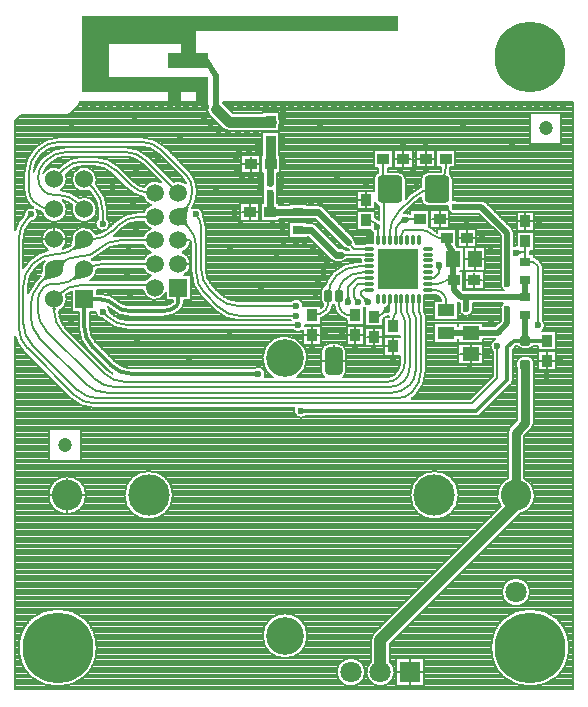
<source format=gtl>
G04*
G04 #@! TF.GenerationSoftware,Altium Limited,Altium Designer,18.1.7 (191)*
G04*
G04 Layer_Physical_Order=1*
G04 Layer_Color=255*
%FSLAX24Y24*%
%MOIN*%
G70*
G01*
G75*
%ADD11C,0.0079*%
%ADD17C,0.0197*%
%ADD18C,0.0394*%
%ADD20O,0.0110X0.0335*%
%ADD21O,0.0335X0.0110*%
%ADD22R,0.1358X0.1358*%
G04:AMPARAMS|DCode=23|XSize=43.3mil|YSize=23.6mil|CornerRadius=5.9mil|HoleSize=0mil|Usage=FLASHONLY|Rotation=270.000|XOffset=0mil|YOffset=0mil|HoleType=Round|Shape=RoundedRectangle|*
%AMROUNDEDRECTD23*
21,1,0.0433,0.0118,0,0,270.0*
21,1,0.0315,0.0236,0,0,270.0*
1,1,0.0118,-0.0059,-0.0157*
1,1,0.0118,-0.0059,0.0157*
1,1,0.0118,0.0059,0.0157*
1,1,0.0118,0.0059,-0.0157*
%
%ADD23ROUNDEDRECTD23*%
G04:AMPARAMS|DCode=24|XSize=94.5mil|YSize=59.1mil|CornerRadius=14.8mil|HoleSize=0mil|Usage=FLASHONLY|Rotation=270.000|XOffset=0mil|YOffset=0mil|HoleType=Round|Shape=RoundedRectangle|*
%AMROUNDEDRECTD24*
21,1,0.0945,0.0295,0,0,270.0*
21,1,0.0650,0.0591,0,0,270.0*
1,1,0.0295,-0.0148,-0.0325*
1,1,0.0295,-0.0148,0.0325*
1,1,0.0295,0.0148,0.0325*
1,1,0.0295,0.0148,-0.0325*
%
%ADD24ROUNDEDRECTD24*%
G04:AMPARAMS|DCode=25|XSize=90.6mil|YSize=82.7mil|CornerRadius=12.4mil|HoleSize=0mil|Usage=FLASHONLY|Rotation=90.000|XOffset=0mil|YOffset=0mil|HoleType=Round|Shape=RoundedRectangle|*
%AMROUNDEDRECTD25*
21,1,0.0906,0.0579,0,0,90.0*
21,1,0.0657,0.0827,0,0,90.0*
1,1,0.0248,0.0289,0.0329*
1,1,0.0248,0.0289,-0.0329*
1,1,0.0248,-0.0289,-0.0329*
1,1,0.0248,-0.0289,0.0329*
%
%ADD25ROUNDEDRECTD25*%
%ADD26R,0.0236X0.0217*%
G04:AMPARAMS|DCode=27|XSize=31.5mil|YSize=35.4mil|CornerRadius=7.9mil|HoleSize=0mil|Usage=FLASHONLY|Rotation=90.000|XOffset=0mil|YOffset=0mil|HoleType=Round|Shape=RoundedRectangle|*
%AMROUNDEDRECTD27*
21,1,0.0315,0.0197,0,0,90.0*
21,1,0.0157,0.0354,0,0,90.0*
1,1,0.0157,0.0098,0.0079*
1,1,0.0157,0.0098,-0.0079*
1,1,0.0157,-0.0098,-0.0079*
1,1,0.0157,-0.0098,0.0079*
%
%ADD27ROUNDEDRECTD27*%
%ADD53C,0.0138*%
%ADD54R,0.0412X0.0197*%
%ADD55R,0.0189X0.0189*%
%ADD56R,0.0394X0.0354*%
%ADD57R,0.0354X0.0276*%
%ADD58R,0.0354X0.0394*%
%ADD59R,0.0453X0.0571*%
%ADD60R,0.0551X0.0413*%
%ADD61R,0.0571X0.0453*%
%ADD62C,0.0472*%
%ADD63C,0.0236*%
%ADD64C,0.0189*%
%ADD65C,0.0378*%
%ADD66C,0.0335*%
%ADD67C,0.0217*%
%ADD68C,0.0315*%
%ADD69R,0.1683X0.0181*%
%ADD70C,0.2362*%
%ADD71C,0.0709*%
%ADD72R,0.0709X0.0709*%
%ADD73C,0.0600*%
%ADD74R,0.0600X0.0600*%
%ADD75C,0.1260*%
%ADD76C,0.0591*%
%ADD77R,0.0591X0.0591*%
%ADD78C,0.1024*%
%ADD79C,0.1378*%
%ADD80C,0.0236*%
G36*
X12924Y22580D02*
X12924Y22083D01*
X6169Y22082D01*
Y21807D01*
X6168Y21341D01*
X6169D01*
X6580Y21341D01*
Y21180D01*
X6955Y20629D01*
Y19887D01*
X6766Y19887D01*
Y20571D01*
X6580Y20842D01*
X6579Y20843D01*
X5262D01*
Y21341D01*
X5674D01*
Y21670D01*
X5674Y21670D01*
X3285D01*
X3285Y21670D01*
Y20571D01*
X6580D01*
X6580Y20570D01*
Y19734D01*
X6169D01*
Y20039D01*
X5674D01*
Y19734D01*
X5262D01*
Y20039D01*
X2387D01*
Y22581D01*
X12924D01*
X12924Y22580D01*
D02*
G37*
G36*
X5941Y16217D02*
X5932Y16199D01*
X5924Y16179D01*
X5917Y16155D01*
X5910Y16129D01*
X5905Y16099D01*
X5898Y16029D01*
X5895Y15946D01*
X5896Y15900D01*
X5602Y16191D01*
X5646Y16192D01*
X5724Y16198D01*
X5758Y16204D01*
X5788Y16211D01*
X5814Y16220D01*
X5837Y16231D01*
X5856Y16243D01*
X5872Y16257D01*
X5884Y16273D01*
X5941Y16217D01*
D02*
G37*
G36*
X661Y15860D02*
X656Y15861D01*
X650Y15860D01*
X645Y15859D01*
X639Y15857D01*
X632Y15854D01*
X626Y15851D01*
X619Y15846D01*
X612Y15840D01*
X604Y15834D01*
X596Y15826D01*
X541Y15882D01*
X548Y15890D01*
X560Y15904D01*
X565Y15911D01*
X569Y15918D01*
X572Y15924D01*
X574Y15930D01*
X575Y15936D01*
X575Y15941D01*
X574Y15946D01*
X661Y15860D01*
D02*
G37*
G36*
X13216Y15886D02*
X13226Y15881D01*
X13237Y15877D01*
X13247Y15874D01*
X13258Y15871D01*
X13269Y15869D01*
X13280Y15867D01*
X13302Y15866D01*
X13314Y15866D01*
X13333Y15787D01*
X13323Y15787D01*
X13314Y15785D01*
X13305Y15783D01*
X13296Y15779D01*
X13288Y15774D01*
X13281Y15768D01*
X13273Y15761D01*
X13267Y15753D01*
X13260Y15743D01*
X13255Y15733D01*
X13153Y15779D01*
X13206Y15891D01*
X13216Y15886D01*
D02*
G37*
G36*
X13153Y15779D02*
X13105Y15678D01*
X13094Y15682D01*
X13083Y15685D01*
X13072Y15687D01*
X13062Y15687D01*
X13052Y15687D01*
X13042Y15685D01*
X13032Y15682D01*
X13023Y15677D01*
X13014Y15672D01*
X13006Y15665D01*
X12974Y15741D01*
X12982Y15748D01*
X12999Y15764D01*
X13006Y15772D01*
X13013Y15781D01*
X13019Y15790D01*
X13025Y15799D01*
X13030Y15809D01*
X13035Y15819D01*
X13039Y15830D01*
X13153Y15779D01*
D02*
G37*
G36*
X12173Y15716D02*
X12190Y15700D01*
X12199Y15693D01*
X12217Y15680D01*
X12226Y15674D01*
X12245Y15663D01*
X12255Y15658D01*
X12099Y15603D01*
X12103Y15613D01*
X12107Y15623D01*
X12109Y15632D01*
X12111Y15640D01*
X12111Y15648D01*
X12111Y15656D01*
X12109Y15663D01*
X12106Y15669D01*
X12103Y15675D01*
X12098Y15681D01*
X12165Y15725D01*
X12173Y15716D01*
D02*
G37*
G36*
X5880Y15795D02*
X5877Y15772D01*
X5875Y15751D01*
X5876Y15730D01*
X5879Y15710D01*
X5884Y15692D01*
X5892Y15674D01*
X5901Y15657D01*
X5912Y15641D01*
X5926Y15626D01*
X5870Y15570D01*
X5855Y15584D01*
X5839Y15595D01*
X5822Y15604D01*
X5804Y15612D01*
X5786Y15617D01*
X5766Y15620D01*
X5745Y15621D01*
X5724Y15620D01*
X5701Y15616D01*
X5678Y15611D01*
X5885Y15818D01*
X5880Y15795D01*
D02*
G37*
G36*
X2454Y14842D02*
X2408Y14842D01*
X2288Y14835D01*
X2255Y14830D01*
X2198Y14817D01*
X2174Y14809D01*
X2153Y14800D01*
X2135Y14789D01*
X2079Y14846D01*
X2094Y14859D01*
X2108Y14875D01*
X2120Y14895D01*
X2130Y14919D01*
X2138Y14946D01*
X2145Y14977D01*
X2151Y15012D01*
X2154Y15051D01*
X2157Y15139D01*
X2454Y14842D01*
D02*
G37*
G36*
X16937Y14786D02*
X16947Y14780D01*
X16956Y14774D01*
X16966Y14768D01*
X16976Y14764D01*
X16986Y14760D01*
X16997Y14758D01*
X17007Y14756D01*
X17018Y14754D01*
X17029Y14754D01*
X17036Y14675D01*
X17025Y14675D01*
X17014Y14673D01*
X17003Y14671D01*
X16994Y14668D01*
X16984Y14664D01*
X16975Y14659D01*
X16966Y14653D01*
X16957Y14646D01*
X16949Y14638D01*
X16941Y14629D01*
X16928Y14794D01*
X16937Y14786D01*
D02*
G37*
G36*
X1847Y14421D02*
X1830Y14409D01*
X1815Y14394D01*
X1802Y14375D01*
X1790Y14353D01*
X1780Y14326D01*
X1772Y14296D01*
X1765Y14263D01*
X1761Y14225D01*
X1758Y14184D01*
X1757Y14140D01*
X1465Y14442D01*
X1513Y14441D01*
X1670Y14448D01*
X1701Y14452D01*
X1729Y14457D01*
X1753Y14464D01*
X1773Y14471D01*
X1791Y14479D01*
X1847Y14421D01*
D02*
G37*
G36*
X14366Y14198D02*
X14358Y14189D01*
X14352Y14180D01*
X14346Y14171D01*
X14342Y14161D01*
X14338Y14151D01*
X14335Y14141D01*
X14332Y14131D01*
X14331Y14120D01*
X14331Y14109D01*
X14252D01*
X14252Y14120D01*
X14250Y14131D01*
X14248Y14141D01*
X14245Y14151D01*
X14241Y14161D01*
X14236Y14171D01*
X14231Y14180D01*
X14224Y14189D01*
X14217Y14198D01*
X14209Y14207D01*
X14374D01*
X14366Y14198D01*
D02*
G37*
G36*
X2453Y13842D02*
X2407Y13842D01*
X2288Y13835D01*
X2254Y13830D01*
X2197Y13818D01*
X2173Y13810D01*
X2152Y13801D01*
X2134Y13791D01*
X2078Y13847D01*
X2093Y13860D01*
X2107Y13876D01*
X2119Y13896D01*
X2129Y13920D01*
X2138Y13947D01*
X2145Y13978D01*
X2151Y14013D01*
X2154Y14051D01*
X2157Y14139D01*
X2453Y13842D01*
D02*
G37*
G36*
X1454Y13842D02*
X1408Y13842D01*
X1290Y13832D01*
X1258Y13827D01*
X1229Y13819D01*
X1203Y13811D01*
X1181Y13801D01*
X1162Y13789D01*
X1147Y13776D01*
X1091Y13832D01*
X1104Y13847D01*
X1116Y13866D01*
X1126Y13888D01*
X1134Y13914D01*
X1142Y13943D01*
X1147Y13975D01*
X1152Y14011D01*
X1156Y14093D01*
X1157Y14139D01*
X1454Y13842D01*
D02*
G37*
G36*
X11300Y13242D02*
X11301Y13231D01*
X11303Y13221D01*
X11306Y13211D01*
X11310Y13201D01*
X11315Y13191D01*
X11320Y13182D01*
X11327Y13173D01*
X11334Y13164D01*
X11343Y13155D01*
X11177Y13155D01*
X11185Y13164D01*
X11193Y13173D01*
X11199Y13182D01*
X11205Y13191D01*
X11210Y13201D01*
X11214Y13211D01*
X11217Y13221D01*
X11219Y13231D01*
X11220Y13242D01*
X11220Y13253D01*
X11299Y13253D01*
X11300Y13242D01*
D02*
G37*
G36*
X11816Y13220D02*
X11824Y13213D01*
X11833Y13208D01*
X11843Y13203D01*
X11852Y13198D01*
X11863Y13195D01*
X11873Y13192D01*
X11884Y13190D01*
X11896Y13189D01*
X11908Y13189D01*
X11791Y13072D01*
X11790Y13084D01*
X11789Y13095D01*
X11788Y13106D01*
X11785Y13117D01*
X11781Y13127D01*
X11777Y13137D01*
X11772Y13146D01*
X11766Y13155D01*
X11760Y13164D01*
X11752Y13172D01*
X11808Y13228D01*
X11816Y13220D01*
D02*
G37*
G36*
X12648Y12956D02*
X12645Y12945D01*
X12643Y12934D01*
X12641Y12923D01*
X12640Y12912D01*
X12640Y12901D01*
X12640Y12890D01*
X12642Y12879D01*
X12644Y12869D01*
X12647Y12858D01*
X12650Y12847D01*
X12500Y12916D01*
X12512Y12921D01*
X12522Y12926D01*
X12532Y12932D01*
X12541Y12938D01*
X12549Y12945D01*
X12556Y12953D01*
X12563Y12961D01*
X12568Y12970D01*
X12573Y12979D01*
X12576Y12989D01*
X12648Y12956D01*
D02*
G37*
G36*
X1544Y12854D02*
X1534Y12848D01*
X1525Y12841D01*
X1518Y12832D01*
X1511Y12823D01*
X1506Y12812D01*
X1501Y12800D01*
X1498Y12787D01*
X1497Y12772D01*
X1496Y12757D01*
X1417D01*
X1417Y12772D01*
X1415Y12787D01*
X1412Y12800D01*
X1408Y12812D01*
X1402Y12823D01*
X1396Y12832D01*
X1388Y12841D01*
X1379Y12848D01*
X1369Y12854D01*
X1358Y12859D01*
X1556D01*
X1544Y12854D01*
D02*
G37*
G36*
X12531Y12687D02*
X12520Y12688D01*
X12508Y12687D01*
X12497Y12686D01*
X12487Y12684D01*
X12477Y12681D01*
X12467Y12677D01*
X12458Y12672D01*
X12449Y12666D01*
X12440Y12659D01*
X12432Y12652D01*
X12380Y12711D01*
X12387Y12719D01*
X12394Y12728D01*
X12400Y12737D01*
X12405Y12746D01*
X12410Y12756D01*
X12414Y12766D01*
X12417Y12777D01*
X12419Y12788D01*
X12421Y12799D01*
X12422Y12811D01*
X12531Y12687D01*
D02*
G37*
D11*
X16772Y15364D02*
G03*
X16708Y15517I-217J0D01*
G01*
X16772Y15364D02*
G03*
X16708Y15518I-217J0D01*
G01*
X15852Y16373D02*
G03*
X15699Y16437I-153J-153D01*
G01*
X15852Y16374D02*
G03*
X15699Y16437I-153J-153D01*
G01*
X14898D02*
G03*
X14741Y16448I-94J-217D01*
G01*
X14626Y16064D02*
G03*
X14898Y16004I177J156D01*
G01*
X17541Y14511D02*
G03*
X17460Y14554I-112J-111D01*
G01*
X17541Y14511D02*
G03*
X17460Y14554I-111J-111D01*
G01*
X17746Y14241D02*
G03*
X17700Y14352I-157J0D01*
G01*
X17746Y14241D02*
G03*
X17700Y14352I-157J0D01*
G01*
X16870Y14940D02*
G03*
X16772Y14927I-20J-235D01*
G01*
X16339Y13709D02*
G03*
X16435Y13445I226J-67D01*
G01*
X16408Y13012D02*
G03*
X16348Y12740I157J-177D01*
G01*
X14894Y14892D02*
G03*
X14862Y14946I-668J-351D01*
G01*
X15423Y12815D02*
G03*
X15404Y12909I-236J0D01*
G01*
X14970D02*
G03*
X15423Y12815I217J-94D01*
G01*
X14921Y13035D02*
G03*
X14970Y13017I99J193D01*
G01*
X14921Y13035D02*
G03*
X14970Y13017I99J193D01*
G01*
X14339Y17388D02*
G03*
X14350Y17526I-831J139D01*
G01*
X14744Y17146D02*
G03*
X14650Y17337I-242J0D01*
G01*
X14650D02*
G03*
X14665Y17526I-1142J189D01*
G01*
X13923Y17388D02*
G03*
X13681Y17146I0J-242D01*
G01*
X14741Y16448D02*
G03*
X14744Y16488I-239J40D01*
G01*
X14570Y16256D02*
G03*
X14588Y16122I234J-35D01*
G01*
X14502Y16246D02*
G03*
X14570Y16256I0J242D01*
G01*
X14588Y16122D02*
G03*
X14626Y16064I215J98D01*
G01*
X13681Y16889D02*
G03*
X13299Y16635I437J-1072D01*
G01*
X13681Y16537D02*
G03*
X13522Y16413I437J-721D01*
G01*
X13681Y16488D02*
G03*
X13923Y16246I242J0D01*
G01*
X13169Y17146D02*
G03*
X12927Y17388I-242J0D01*
G01*
X12264Y17373D02*
G03*
X12106Y17146I85J-227D01*
G01*
X12146Y16356D02*
G03*
X12283Y16255I203J132D01*
G01*
X13247Y16003D02*
G03*
X13132Y16023I-97J-215D01*
G01*
X10403Y16230D02*
G03*
X10236Y16299I-167J-167D01*
G01*
X10403Y16230D02*
G03*
X10236Y16299I-167J-167D01*
G01*
X14206Y15387D02*
G03*
X14011Y15532I-587J-587D01*
G01*
X14298Y13235D02*
G03*
X14148Y13297I-150J-150D01*
G01*
X14206Y15387D02*
G03*
X14232Y15367I79J79D01*
G01*
X14020Y13282D02*
G03*
X14092Y13297I0J173D01*
G01*
X12237Y15820D02*
G03*
X12146Y15890I-301J-301D01*
G01*
X13996Y15539D02*
G03*
X13957Y15558I-377J-739D01*
G01*
X11982Y15472D02*
G03*
X12087Y15347I223J79D01*
G01*
Y15302D02*
G03*
X12071Y15230I157J-72D01*
G01*
X11846Y15006D02*
G03*
X11774Y14990I0J-173D01*
G01*
X11678Y14478D02*
G03*
X11678Y14400I169J-39D01*
G01*
X14367Y13100D02*
G03*
X14298Y13235I-243J-39D01*
G01*
X13780Y12985D02*
G03*
X13795Y13057I-157J72D01*
G01*
X13839Y12594D02*
G03*
X13780Y12744I-221J0D01*
G01*
X11791Y12866D02*
G03*
X11831Y12848I118J205D01*
G01*
X12539Y12569D02*
G03*
X12608Y12579I1J236D01*
G01*
X12461Y12518D02*
G03*
X12505Y12557I-335J421D01*
G01*
X12421Y12490D02*
G03*
X12461Y12518I-295J449D01*
G01*
X11476Y15059D02*
G03*
X11407Y15226I-236J0D01*
G01*
X11073Y14892D02*
G03*
X11253Y14823I167J167D01*
G01*
X11200Y14793D02*
G03*
X11024Y14872I-176J-157D01*
G01*
X10196Y15620D02*
G03*
X10029Y15689I-167J-167D01*
G01*
X10196Y15620D02*
G03*
X10029Y15689I-167J-167D01*
G01*
X11024Y14400D02*
G03*
X11200Y14478I0J236D01*
G01*
X10679Y14469D02*
G03*
X10846Y14400I167J167D01*
G01*
X10679Y14469D02*
G03*
X10846Y14400I167J167D01*
G01*
X11585D02*
G03*
X10767Y14061I0J-1157D01*
G01*
X10789Y12962D02*
G03*
X10952Y12605I559J40D01*
G01*
D02*
G03*
X11201Y12471I349J349D01*
G01*
X10758Y14051D02*
G03*
X10483Y13595I783J-783D01*
G01*
D02*
G03*
X10354Y13425I49J-170D01*
G01*
X10623Y12684D02*
G03*
X10747Y12963I-301J301D01*
G01*
X10401Y12907D02*
G03*
X10431Y12964I-79J78D01*
G01*
X10354Y13110D02*
G03*
X10431Y12964I177J0D01*
G01*
X10335Y12503D02*
G03*
X10623Y12684I-251J720D01*
G01*
X10335Y12852D02*
G03*
X10400Y12906I-251J371D01*
G01*
X17733Y12087D02*
G03*
X17825Y12274I-144J187D01*
G01*
D02*
G03*
X17746Y12450I-236J0D01*
G01*
X17438Y10804D02*
G03*
X17458Y10889I-177J86D01*
G01*
X17261Y11493D02*
G03*
X17426Y11581I0J197D01*
G01*
X16900D02*
G03*
X17064Y11493I164J108D01*
G01*
X17458Y11047D02*
G03*
X17261Y11244I-197J0D01*
G01*
X17064D02*
G03*
X16867Y11047I0J-197D01*
G01*
Y10889D02*
G03*
X16887Y10804I197J0D01*
G01*
X16697Y10330D02*
G03*
X16752Y10463I-132J132D01*
G01*
X17358Y8818D02*
G03*
X17438Y9013I-195J195D01*
G01*
X17358Y8818D02*
G03*
X17438Y9013I-195J195D01*
G01*
X16697Y10330D02*
G03*
X16752Y10463I-132J132D01*
G01*
X16656Y8896D02*
G03*
X16575Y8701I195J-195D01*
G01*
X16656Y8896D02*
G03*
X16575Y8701I195J-195D01*
G01*
X17480Y6614D02*
G03*
X17126Y7181I-630J0D01*
G01*
X16575D02*
G03*
X16340Y6244I276J-566D01*
G01*
X16986Y5999D02*
G03*
X17480Y6614I-135J615D01*
G01*
X17323Y3386D02*
G03*
X17323Y3386I-472J0D01*
G01*
X18622Y1535D02*
G03*
X18622Y1535I-1299J0D01*
G01*
X17323Y3386D02*
G03*
X17323Y3386I-472J0D01*
G01*
X16163Y11811D02*
G03*
X16073Y11409I67J-226D01*
G01*
X12819Y10663D02*
G03*
X12992Y11080I-417J417D01*
G01*
X11181Y11407D02*
G03*
X10915Y11673I-266J0D01*
G01*
X10620D02*
G03*
X10354Y11407I0J-266D01*
G01*
X13500Y9940D02*
G03*
X13839Y10759I-818J818D01*
G01*
X15532Y9242D02*
G03*
X15664Y9297I0J187D01*
G01*
X15532Y9242D02*
G03*
X15664Y9297I0J187D01*
G01*
X13369Y9833D02*
G03*
X13500Y9940I-485J723D01*
G01*
X14941Y6614D02*
G03*
X14941Y6614I-807J0D01*
G01*
D02*
G03*
X14941Y6614I-807J0D01*
G01*
X12550Y10551D02*
G03*
X12819Y10662I0J380D01*
G01*
X11082Y10551D02*
G03*
X11181Y10758I-167J207D01*
G01*
X10354D02*
G03*
X10453Y10551I266J0D01*
G01*
X12110Y2014D02*
G03*
X12018Y1791I223J-223D01*
G01*
X12110Y2014D02*
G03*
X12018Y1791I222J-223D01*
G01*
Y1071D02*
G03*
X12805Y719I315J-352D01*
G01*
D02*
G03*
X12648Y1071I-472J0D01*
G01*
X11821Y719D02*
G03*
X11821Y719I-472J0D01*
G01*
X8978Y19065D02*
G03*
X8967Y19149I-307J0D01*
G01*
Y18981D02*
G03*
X8978Y19065I-295J84D01*
G01*
X7056Y18848D02*
G03*
X7274Y18758I217J217D01*
G01*
X7056Y18848D02*
G03*
X7274Y18758I217J217D01*
G01*
X6586Y19616D02*
G03*
X6643Y19261I274J-138D01*
G01*
X6220Y16772D02*
G03*
X5945Y17437I-942J0D01*
G01*
X5168Y18214D02*
G03*
X4350Y18553I-818J-818D01*
G01*
X4945Y17991D02*
G03*
X4350Y18238I-596J-596D01*
G01*
X5861Y17004D02*
G03*
X5722Y17215I-582J-232D01*
G01*
X5861Y17004D02*
G03*
X5441Y17065I-260J-321D01*
G01*
X5020Y17041D02*
G03*
X4447Y16875I-207J-358D01*
G01*
X6053Y16173D02*
G03*
X6220Y16772I-988J599D01*
G01*
X4687Y16289D02*
G03*
X4431Y16053I126J-394D01*
G01*
X4419Y16557D02*
G03*
X4687Y16289I394J126D01*
G01*
X6413Y15927D02*
G03*
X6417Y15974I-231J47D01*
G01*
D02*
G03*
X6053Y16173I-236J0D01*
G01*
X6506Y15570D02*
G03*
X6413Y15927I-729J0D01*
G01*
X5726Y14715D02*
G03*
X6013Y15077I-126J394D01*
G01*
X4431Y15738D02*
G03*
X4687Y15502I382J157D01*
G01*
D02*
G03*
X4431Y15266I126J-394D01*
G01*
X6033Y14891D02*
G03*
X6013Y15077I-843J0D01*
G01*
X4431Y14951D02*
G03*
X4687Y14715I382J157D01*
G01*
X4627Y17879D02*
G03*
X3808Y18218I-818J-818D01*
G01*
X4404Y17657D02*
G03*
X3808Y17904I-596J-596D01*
G01*
X3623Y17555D02*
G03*
X2804Y17894I-818J-818D01*
G01*
X3400Y17332D02*
G03*
X2804Y17579I-596J-596D01*
G01*
X2277Y19623D02*
G03*
X2323Y19734I-111J112D01*
G01*
X2277Y19623D02*
G03*
X2323Y19734I-111J111D01*
G01*
X1890Y19301D02*
G03*
X2001Y19347I0J157D01*
G01*
X2372Y17894D02*
G03*
X1713Y17621I0J-932D01*
G01*
X1890Y19301D02*
G03*
X2001Y19347I0J157D01*
G01*
X2372Y17579D02*
G03*
X1936Y17398I0J-617D01*
G01*
X4090Y17087D02*
G03*
X4447Y16875I596J596D01*
G01*
X3867Y16865D02*
G03*
X4419Y16557I818J818D01*
G01*
X3228Y16113D02*
G03*
X2889Y16932I-1157J0D01*
G01*
X2842Y16979D02*
G03*
X2875Y17142I-385J163D01*
G01*
D02*
G03*
X2619Y16757I-418J0D01*
G01*
X1875Y17142D02*
G03*
X1842Y17304I-418J0D01*
G01*
X2913Y16113D02*
G03*
X2667Y16709I-843J0D01*
G01*
X2875Y16142D02*
G03*
X2289Y16525I-418J0D01*
G01*
X1891Y18218D02*
G03*
X1072Y17879I0J-1157D01*
G01*
X1645Y18238D02*
G03*
X1049Y17991I0J-843D01*
G01*
X1645Y18553D02*
G03*
X826Y18214I0J-1157D01*
G01*
X1891Y17904D02*
G03*
X1295Y17657I0J-843D01*
G01*
X1235Y17597D02*
G03*
X1090Y17343I393J-393D01*
G01*
X1024Y17967D02*
G03*
X778Y17390I596J-596D01*
G01*
X1013Y17820D02*
G03*
X778Y17390I615J-615D01*
G01*
X802Y18190D02*
G03*
X463Y17371I818J-818D01*
G01*
X2289Y16525D02*
G03*
X1674Y16785I-739J-891D01*
G01*
D02*
G03*
X1875Y17142I-218J357D01*
G01*
X1619Y17527D02*
G03*
X1090Y17343I-163J-385D01*
G01*
X463Y16764D02*
G03*
X656Y16296I662J0D01*
G01*
X4282Y16053D02*
G03*
X3464Y15714I0J-1157D01*
G01*
X2069Y16298D02*
G03*
X2875Y16142I388J-156D01*
G01*
X4282Y15738D02*
G03*
X3687Y15491I0J-843D01*
G01*
X3643Y15266D02*
G03*
X3434Y15247I0J-1157D01*
G01*
X3643Y14951D02*
G03*
X3047Y14704I0J-843D01*
G01*
X3232Y15489D02*
G03*
X3307Y15661I-162J172D01*
G01*
X3232Y15489D02*
G03*
X3296Y15546I-532J653D01*
G01*
X3307Y15661D02*
G03*
X3228Y15837I-236J0D01*
G01*
X2913D02*
G03*
X3197Y15461I157J-176D01*
G01*
X2839Y15311D02*
G03*
X2039Y15153I-382J-169D01*
G01*
X3434Y15247D02*
G03*
X3518Y15323I-734J895D01*
G01*
X2839Y15311D02*
G03*
X3197Y15461I-139J831D01*
G01*
X1875Y16142D02*
G03*
X1732Y16457I-418J0D01*
G01*
X2069Y16298D02*
G03*
X1732Y16457I-518J-664D01*
G01*
X1049Y16047D02*
G03*
X1875Y16142I407J95D01*
G01*
X861Y16136D02*
G03*
X1049Y16047I548J913D01*
G01*
X773Y16195D02*
G03*
X453Y15964I-84J-221D01*
G01*
X656Y16296D02*
G03*
X773Y16195I753J753D01*
G01*
X678Y15738D02*
G03*
X925Y15974I10J236D01*
G01*
D02*
G03*
X861Y16136I-236J0D01*
G01*
X1875Y15142D02*
G03*
X1247Y14780I-418J0D01*
G01*
X1727Y14823D02*
G03*
X1999Y14935I-181J823D01*
G01*
X1727Y14823D02*
G03*
X1875Y15142I-270J319D01*
G01*
X448Y15956D02*
G03*
X157Y15446I828J-809D01*
G01*
X671Y15734D02*
G03*
X433Y15147I604J-587D01*
G01*
X9764Y12933D02*
G03*
X9351Y13080I-236J-10D01*
G01*
X6506Y14174D02*
G03*
X6753Y13578I843J0D01*
G01*
X7004Y13327D02*
G03*
X7599Y13080I596J596D01*
G01*
X6820Y12780D02*
G03*
X7639Y12441I818J818D01*
G01*
X9547Y10551D02*
G03*
X9892Y11181I-403J630D01*
G01*
X9547Y10551D02*
G03*
X9892Y11181I-403J630D01*
G01*
X9420Y12126D02*
G03*
X9744Y12099I176J157D01*
G01*
X9892Y11181D02*
G03*
X8740Y10551I-748J0D01*
G01*
X9892Y11181D02*
G03*
X8740Y10551I-748J0D01*
G01*
X9466Y9518D02*
G03*
X9829Y9242I219J-89D01*
G01*
X8468Y10551D02*
G03*
X8494Y10659I-210J108D01*
G01*
D02*
G03*
X8114Y10846I-236J0D01*
G01*
X6033Y14046D02*
G03*
X6372Y13228I1157J0D01*
G01*
X6014Y14321D02*
G03*
X5726Y14715I-413J0D01*
G01*
X5776Y13947D02*
G03*
X6014Y14321I-176J374D01*
G01*
X5674Y12801D02*
G03*
X5787Y13076I-275J275D01*
G01*
X5114Y12569D02*
G03*
X5674Y12801I0J792D01*
G01*
X9900Y1929D02*
G03*
X9900Y1929I-748J0D01*
G01*
D02*
G03*
X9900Y1929I-748J0D01*
G01*
X4431Y14163D02*
G03*
X4687Y13927I382J157D01*
G01*
Y14715D02*
G03*
X4431Y14478I126J-394D01*
G01*
X4687Y13927D02*
G03*
X4481Y13780I126J-394D01*
G01*
X4405Y13465D02*
G03*
X5187Y13357I408J69D01*
G01*
X3050Y14163D02*
G03*
X2875Y14145I0J-843D01*
G01*
X3050Y14478D02*
G03*
X2751Y14439I0J-1157D01*
G01*
X2703Y14479D02*
G03*
X3038Y14695I-331J881D01*
G01*
X2666Y13780D02*
G03*
X2875Y14142I-209J362D01*
G01*
X2751Y14439D02*
G03*
X2703Y14479I-294J-297D01*
G01*
X3607Y13085D02*
G03*
X3018Y13329I-588J-588D01*
G01*
X5114Y12943D02*
G03*
X5409Y13065I0J418D01*
G01*
X3342Y12821D02*
G03*
X3950Y12569I607J607D01*
G01*
X3607Y13085D02*
G03*
X3950Y12943I343J343D01*
G01*
X3342Y12821D02*
G03*
X3247Y12893I-324J-324D01*
G01*
X3342Y12688D02*
G03*
X3938Y12441I596J596D01*
G01*
X3119Y12465D02*
G03*
X3938Y12126I818J818D01*
G01*
X3307Y12736D02*
G03*
X3247Y12893I-236J0D01*
G01*
X2835Y12724D02*
G03*
X3084Y12500I236J13D01*
G01*
X2644Y12249D02*
G03*
X2882Y11674I813J0D01*
G01*
X2270Y12249D02*
G03*
X2617Y11410I1187J0D01*
G01*
X1144Y14420D02*
G03*
X1039Y14151I312J-278D01*
G01*
X1247Y14780D02*
G03*
X659Y14464I230J-1134D01*
G01*
X1144Y14420D02*
G03*
X881Y14241I333J-774D01*
G01*
X2039Y13404D02*
G03*
X1845Y13296I313J-782D01*
G01*
X615Y14420D02*
G03*
X433Y14184I818J-818D01*
G01*
X837Y14197D02*
G03*
X591Y13602I596J-596D01*
G01*
X851Y13759D02*
G03*
X591Y13360I818J-818D01*
G01*
X1875Y13142D02*
G03*
X1845Y13296I-418J0D01*
G01*
X1617Y12755D02*
G03*
X1875Y13142I-160J386D01*
G01*
X1614Y12743D02*
G03*
X1861Y12161I842J13D01*
G01*
X157Y11914D02*
G03*
X457Y11395I1118J299D01*
G01*
X3471Y11085D02*
G03*
X4046Y10846I575J575D01*
G01*
X3224Y10798D02*
G03*
X3407Y10659I596J596D01*
G01*
X3207Y10820D02*
G03*
X3407Y10659I839J839D01*
G01*
X1995Y9857D02*
G03*
X2813Y9518I818J818D01*
G01*
X5413Y6614D02*
G03*
X5413Y6614I-807J0D01*
G01*
D02*
G03*
X5413Y6614I-807J0D01*
G01*
X2520D02*
G03*
X2520Y6614I-630J0D01*
G01*
X2874Y1535D02*
G03*
X2874Y1535I-1299J0D01*
G01*
X14551Y13780D02*
G03*
X14456Y13740I0J-134D01*
G01*
X14094Y15276D02*
G03*
X14285Y15197I190J190D01*
G01*
X14094Y15276D02*
G03*
X13619Y15472I-475J-475D01*
G01*
X14242Y13652D02*
G03*
X14456Y13740I0J302D01*
G01*
X13209Y15472D02*
G03*
X13091Y15424I0J-167D01*
G01*
D02*
G03*
X13032Y15281I143J-143D01*
G01*
X12126Y12559D02*
G03*
X12395Y12670I0J380D01*
G01*
X3071Y16113D02*
G03*
X2778Y16820I-1000J0D01*
G01*
X3231Y12576D02*
G03*
X3938Y12283I707J707D01*
G01*
X6932Y12891D02*
G03*
X7639Y12598I707J707D01*
G01*
X5057Y18103D02*
G03*
X4350Y18396I-707J-707D01*
G01*
X1645D02*
G03*
X937Y18103I0J-1000D01*
G01*
X6063Y16772D02*
G03*
X5833Y17326I-784J0D01*
G01*
X913Y18078D02*
G03*
X620Y17371I707J-707D01*
G01*
Y16764D02*
G03*
X768Y16407I504J0D01*
G01*
X5771Y16066D02*
G03*
X6063Y16772I-706J706D01*
G01*
X6191Y14891D02*
G03*
X5898Y15598I-1000J0D01*
G01*
X6191Y14046D02*
G03*
X6484Y13339I1000J0D01*
G01*
X768Y16407D02*
G03*
X1409Y16142I642J642D01*
G01*
X6348Y15570D02*
G03*
X6181Y15974I-571J0D01*
G01*
X6348Y14174D02*
G03*
X6641Y13467I1000J0D01*
G01*
X6892Y13216D02*
G03*
X7599Y12923I707J707D01*
G01*
X4515Y17768D02*
G03*
X3808Y18061I-707J-707D01*
G01*
X1891D02*
G03*
X1183Y17768I0J-1000D01*
G01*
X1124Y17709D02*
G03*
X915Y17205I504J-504D01*
G01*
X1096Y16768D02*
G03*
X1420Y16634I324J324D01*
G01*
X915Y17205D02*
G03*
X1096Y16768I618J0D01*
G01*
X2257Y16341D02*
G03*
X1550Y16634I-707J-707D01*
G01*
X13228Y12708D02*
G03*
X13290Y12559I211J0D01*
G01*
X3050Y14321D02*
G03*
X2343Y14028I0J-1000D01*
G01*
X13307Y12518D02*
G03*
X13290Y12559I-58J0D01*
G01*
X12621Y10217D02*
G03*
X13120Y10423I0J706D01*
G01*
X2788Y10509D02*
G03*
X3495Y10217I707J707D01*
G01*
X1552Y13652D02*
G03*
X2259Y13944I0J1000D01*
G01*
X1364Y13652D02*
G03*
X1102Y13543I0J-370D01*
G01*
X906Y12806D02*
G03*
X1198Y12099I1000J0D01*
G01*
X1102Y13543D02*
G03*
X906Y13068I475J-475D01*
G01*
X4282Y15896D02*
G03*
X3575Y15603I0J-1000D01*
G01*
X2700Y15142D02*
G03*
X3407Y15435I0J1000D01*
G01*
X13681Y12594D02*
G03*
X13662Y12639I-64J0D01*
G01*
X13388Y10051D02*
G03*
X13681Y10759I-707J707D01*
G01*
X13622Y12736D02*
G03*
X13662Y12639I138J0D01*
G01*
X12884Y9843D02*
G03*
X13388Y10051I0J713D01*
G01*
X1546Y14646D02*
G03*
X2254Y14939I0J1000D01*
G01*
X1477Y14646D02*
G03*
X770Y14353I0J-1000D01*
G01*
X2217Y10135D02*
G03*
X2924Y9843I707J707D01*
G01*
X726Y14309D02*
G03*
X433Y13602I707J-707D01*
G01*
Y12334D02*
G03*
X726Y11626I1000J0D01*
G01*
X3643Y15108D02*
G03*
X2935Y14815I0J-1000D01*
G01*
X13504Y12543D02*
G03*
X13465Y12638I-134J0D01*
G01*
X13302Y10280D02*
G03*
X13504Y10769I-489J489D01*
G01*
X13425Y12733D02*
G03*
X13465Y12638I134J0D01*
G01*
X12697Y10030D02*
G03*
X13302Y10280I0J855D01*
G01*
X2372Y14577D02*
G03*
X2927Y14806I0J784D01*
G01*
X2306Y14577D02*
G03*
X1599Y14284I0J-1000D01*
G01*
X2512Y10322D02*
G03*
X3219Y10030I707J707D01*
G01*
X962Y13647D02*
G03*
X669Y12940I707J-707D01*
G01*
Y12580D02*
G03*
X962Y11872I1000J0D01*
G01*
X13032Y12710D02*
G03*
X13110Y12520I269J0D01*
G01*
X4813Y13533D02*
G03*
X4599Y13622I-214J-214D01*
G01*
X13150Y12425D02*
G03*
X13110Y12520I-134J0D01*
G01*
X12931Y10551D02*
G03*
X13150Y11080I-529J529D01*
G01*
X12550Y10394D02*
G03*
X12931Y10551I0J538D01*
G01*
X2351Y13622D02*
G03*
X1644Y13329I0J-1000D01*
G01*
X3113Y10687D02*
G03*
X3820Y10394I707J707D01*
G01*
X1457Y12757D02*
G03*
X1750Y12050I1000J0D01*
G01*
X13333Y15827D02*
G03*
X12953Y15669I0J-538D01*
G01*
X12126Y15709D02*
G03*
X11936Y15787I-190J-190D01*
G01*
X12953Y15669D02*
G03*
X12835Y15384I285J-285D01*
G01*
X12244Y15424D02*
G03*
X12126Y15709I-403J0D01*
G01*
X12795Y12598D02*
G03*
X12835Y12693I-95J95D01*
G01*
X12795Y12598D02*
G03*
X12756Y12503I95J-95D01*
G01*
X12421Y17340D02*
G03*
X12638Y16817I739J0D01*
G01*
D02*
G03*
X12441Y16342I475J-475D01*
G01*
X14215Y16819D02*
G03*
X14508Y17526I-707J707D01*
G01*
X14118Y16817D02*
G03*
X13411Y16524I0J-1000D01*
G01*
X12931Y16044D02*
G03*
X12638Y15337I707J-707D01*
G01*
X14528Y13061D02*
G03*
X14409Y13346I-403J0D01*
G01*
D02*
G03*
X14148Y13455I-261J-261D01*
G01*
X3511Y17443D02*
G03*
X2804Y17736I-707J-707D01*
G01*
X3979Y16976D02*
G03*
X4686Y16683I707J707D01*
G01*
X2372Y17736D02*
G03*
X1824Y17509I0J-775D01*
G01*
X2106Y9968D02*
G03*
X2813Y9675I707J707D01*
G01*
X568Y15854D02*
G03*
X276Y15147I707J-707D01*
G01*
Y12213D02*
G03*
X568Y11506I1000J0D01*
G01*
X11585Y14242D02*
G03*
X10878Y13949I0J-1000D01*
G01*
X10869Y13940D02*
G03*
X10591Y13268I672J-672D01*
G01*
X10512Y12795D02*
G03*
X10591Y12985I-190J190D01*
G01*
X10084Y12618D02*
G03*
X10512Y12795I0J605D01*
G01*
X11744Y14045D02*
G03*
X11102Y13780I0J-907D01*
G01*
X11063Y12717D02*
G03*
X11301Y12618I238J238D01*
G01*
X11102Y13780D02*
G03*
X10945Y13399I380J-380D01*
G01*
Y13002D02*
G03*
X11063Y12717I403J0D01*
G01*
X13120Y10423D02*
G03*
X13307Y10875I-451J451D01*
G01*
X12480Y12756D02*
G03*
X12638Y13136I-380J380D01*
G01*
X18366Y18740D02*
X18740D01*
X18366Y18819D02*
X18740D01*
X18366Y18583D02*
X18740D01*
X18366Y18661D02*
X18740D01*
X18366Y19134D02*
X18740D01*
X18366Y19291D02*
X18740D01*
X18366Y18898D02*
X18740D01*
X18366Y18976D02*
X18740D01*
X18366Y18425D02*
X18740D01*
X18366Y18504D02*
X18740D01*
X17460Y15827D02*
X18740D01*
X18366Y18346D02*
X18740D01*
X16005Y16220D02*
X18740D01*
X15926Y16299D02*
X18740D01*
X17460Y15905D02*
X18740D01*
X16084Y16142D02*
X18740D01*
X18366Y19055D02*
X18740D01*
X18366Y19213D02*
X18740D01*
X17323Y18307D02*
X18366Y18307D01*
X18366Y19360D02*
X18366Y18307D01*
X17323Y19360D02*
X18366Y19360D01*
X17323Y19360D02*
X17323Y18307D01*
X16163Y16063D02*
X18740D01*
X16870Y16057D02*
X17460D01*
Y15748D02*
X18740D01*
X17460Y15984D02*
X18740D01*
X17165Y15742D02*
X17421D01*
X16909D02*
X17165D01*
X16320Y15905D02*
X16870D01*
X16241Y15984D02*
X16870D01*
X16478Y15748D02*
X16870D01*
X16399Y15827D02*
X16870D01*
X17460Y15590D02*
X18740D01*
X17460Y15669D02*
X18740D01*
X17460Y15433D02*
X18740D01*
X17460Y15427D02*
Y16057D01*
Y15512D02*
X18740D01*
X17165Y15742D02*
Y16017D01*
X16870Y15427D02*
X17460D01*
X17165Y15466D02*
Y15742D01*
X17460Y15276D02*
X18740D01*
X17460Y15354D02*
X18740D01*
X17460Y15197D02*
X18740D01*
X17460Y14758D02*
Y15388D01*
Y15118D02*
X18740D01*
X16870Y15388D02*
X17460D01*
Y14961D02*
X18740D01*
X17460Y15039D02*
X18740D01*
X16760Y15433D02*
X16870D01*
X16714Y15512D02*
X16870D01*
Y14940D02*
Y15388D01*
Y15427D02*
Y16057D01*
X16635Y15590D02*
X16870D01*
X16556Y15669D02*
X16870D01*
X16772Y15276D02*
X16870D01*
X16772Y15354D02*
X16870D01*
X16772Y15197D02*
X16870D01*
X16772Y14927D02*
Y15364D01*
Y15039D02*
X16870D01*
X16772Y15118D02*
X16870D01*
X16772Y14961D02*
X16870D01*
X16339Y13709D02*
Y15274D01*
X14823Y17716D02*
X18740D01*
X14823Y17795D02*
X18740D01*
X14823Y17559D02*
X18740D01*
X14823Y17638D02*
X18740D01*
X14823Y18031D02*
X18740D01*
X14823Y18110D02*
X18740D01*
X14823Y17874D02*
X18740D01*
X14823Y17953D02*
X18740D01*
X14744Y17087D02*
X18740D01*
X14743Y17165D02*
X18740D01*
X14744Y16535D02*
X18740D01*
X14744Y17008D02*
X18740D01*
X14659Y17401D02*
X18740D01*
X14664Y17480D02*
X18740D01*
X14723Y17244D02*
X18740D01*
X14667Y17323D02*
X18740D01*
X14744Y16929D02*
X18740D01*
X14823Y17539D02*
Y18130D01*
X14744Y16614D02*
X18740D01*
X14744Y16850D02*
X18740D01*
X14665Y17539D02*
X14823D01*
X14193Y18130D02*
X14823D01*
X14744Y16693D02*
X18740D01*
X14744Y16772D02*
X18740D01*
X15848Y16378D02*
X18740D01*
X14898Y16437D02*
X15699D01*
X14809Y16457D02*
X18740D01*
X14898Y16004D02*
X15609D01*
X14626Y15905D02*
X15708D01*
X14626Y15984D02*
X15629D01*
X15852Y16373D02*
X16708Y15518D01*
X15609Y16004D02*
X16339Y15274D01*
X14626Y15748D02*
X15865D01*
X14626Y15827D02*
X15786D01*
X14626Y15590D02*
X16023D01*
X14626Y15669D02*
X15944D01*
X15532Y15118D02*
X16339D01*
X15532Y15197D02*
X16339D01*
X15532Y14961D02*
X16339D01*
X15532Y15039D02*
X16339D01*
X15532Y15433D02*
X16180D01*
X14046Y15512D02*
X16101D01*
X15532Y15276D02*
X16338D01*
X15532Y15354D02*
X16259D01*
X14902Y15492D02*
X15532D01*
X15217Y15197D02*
Y15453D01*
X15532Y14902D02*
Y15492D01*
X14902Y14902D02*
Y15492D01*
X14862Y15433D02*
X14902D01*
X14232Y15492D02*
X14862D01*
Y15354D02*
X14902D01*
X14862Y14946D02*
Y15492D01*
X15217Y15197D02*
X15492D01*
X14941D02*
X15217D01*
Y14941D02*
Y15197D01*
X14862Y14961D02*
X14902D01*
X14862Y15197D02*
X14902D01*
X14862Y15276D02*
X14902D01*
X14862Y15039D02*
X14902D01*
X14862Y15118D02*
X14902D01*
X17460Y14803D02*
X18740D01*
X17460Y14882D02*
X18740D01*
X17460Y14646D02*
X18740D01*
X17323Y14724D02*
X18740D01*
X17323Y14758D02*
X17460D01*
Y14567D02*
X18740D01*
X17746Y14252D02*
X18740D01*
X17718Y14331D02*
X18740D01*
X17746Y14173D02*
X18740D01*
X17643Y14409D02*
X18740D01*
X17564Y14488D02*
X18740D01*
X17541Y14511D02*
X17700Y14352D01*
X17323Y14656D02*
X17460D01*
X17323Y14715D02*
Y14758D01*
X17460Y14554D02*
Y14656D01*
X17323D02*
Y14715D01*
X15817Y14882D02*
X16339D01*
X15817Y14724D02*
X16339D01*
X15817Y14803D02*
X16339D01*
X15817Y14252D02*
X16339D01*
X15817Y14331D02*
X16339D01*
X15817Y14094D02*
X16339D01*
X15817Y14173D02*
X16339D01*
X15817Y14567D02*
X16339D01*
X15817Y14646D02*
X16339D01*
X15817Y14409D02*
X16339D01*
X15817Y14488D02*
X16339D01*
X17746Y13701D02*
X18740D01*
X17746Y13779D02*
X18740D01*
X17746Y13543D02*
X18740D01*
X17746Y13622D02*
X18740D01*
X17746Y14016D02*
X18740D01*
X17746Y14094D02*
X18740D01*
X17746Y13858D02*
X18740D01*
X17746Y13937D02*
X18740D01*
X17746Y13071D02*
X18740D01*
X17746Y13150D02*
X18740D01*
X17746Y12520D02*
X18740D01*
X17746Y12598D02*
X18740D01*
X17746Y13386D02*
X18740D01*
X17746Y13464D02*
X18740D01*
X17746Y13228D02*
X18740D01*
X17746Y13307D02*
X18740D01*
X17746Y12992D02*
X18740D01*
X17746Y12450D02*
Y14241D01*
X15768Y13937D02*
X16339D01*
X15817Y14085D02*
Y14892D01*
X15768Y13858D02*
X16339D01*
X15768Y13484D02*
Y14075D01*
X17755Y12441D02*
X18740D01*
X17746Y12756D02*
X18740D01*
X17825Y12283D02*
X18740D01*
X17808Y12362D02*
X18740D01*
X17746Y12835D02*
X18740D01*
X17746Y12913D02*
X18740D01*
X17746Y12677D02*
X18740D01*
X16348Y12432D02*
Y12740D01*
X15472Y14488D02*
Y14852D01*
X15167Y14488D02*
X15472D01*
X15778D01*
X15472Y14124D02*
Y14488D01*
X15128Y14892D02*
X15817D01*
X14902Y14902D02*
X15532D01*
X15128Y14085D02*
X15817D01*
X15138Y14075D02*
X15768D01*
Y13779D02*
X16339D01*
X15768Y14016D02*
X16339D01*
X15768Y13543D02*
X16350D01*
X15768Y13701D02*
X16336D01*
X15768Y13622D02*
X16330D01*
X15453Y13780D02*
X15728D01*
X15138Y13484D02*
X15768D01*
X15453Y13524D02*
Y13780D01*
X15128Y14085D02*
Y14892D01*
X15108Y14085D02*
Y14892D01*
X15453Y13780D02*
Y14035D01*
X15138Y13484D02*
Y14075D01*
X14894Y14892D02*
X15108D01*
X14980Y14085D02*
X15108D01*
X14980Y14075D02*
X15098D01*
Y13937D02*
X15138D01*
X15098Y14016D02*
X15138D01*
X15177Y13780D02*
X15453D01*
X15098Y13858D02*
X15138D01*
X15098Y13701D02*
X15138D01*
X15098Y13779D02*
X15138D01*
X15098Y13543D02*
X15138D01*
X15098Y13622D02*
X15138D01*
X15404Y13012D02*
X16408D01*
X15404Y12992D02*
X16389D01*
X15404Y12909D02*
Y13012D01*
X15197Y13445D02*
X16435D01*
X15090Y13464D02*
X16409D01*
X15404Y12913D02*
X16342D01*
X15416Y12756D02*
X16342D01*
X15422Y12835D02*
X16329D01*
X15379Y12677D02*
X16348D01*
X15738Y12362D02*
X16278D01*
X14921Y12520D02*
X16348D01*
X15281Y12598D02*
X16348D01*
X13839Y12441D02*
X16348D01*
X14931Y12372D02*
X15738D01*
X15110Y13445D02*
X15197D01*
X15098Y13484D02*
Y14075D01*
X15070Y13484D02*
X15110Y13445D01*
X14970Y12909D02*
Y13017D01*
X14921Y12992D02*
X14970D01*
X14921Y12451D02*
Y13035D01*
Y12913D02*
X14970D01*
X14921Y12835D02*
X14952D01*
X14921Y12677D02*
X14995D01*
X14921Y12756D02*
X14958D01*
X14921Y12598D02*
X15093D01*
X14134Y12451D02*
X14921D01*
X13839Y12362D02*
X14931D01*
X14134Y12352D02*
X14921D01*
X14154Y18031D02*
X14193D01*
X14154Y18110D02*
X14193D01*
Y17539D02*
Y18130D01*
X14154Y17539D02*
Y18130D01*
Y17953D02*
X14193D01*
X13524Y18130D02*
X14154D01*
Y17795D02*
X14193D01*
X14154Y17874D02*
X14193D01*
Y17539D02*
X14350D01*
X14154Y17638D02*
X14193D01*
X14154Y17716D02*
X14193D01*
X13923Y17388D02*
X14339D01*
X14154Y17559D02*
X14193D01*
X13839Y17835D02*
Y18091D01*
X13406Y18110D02*
X13524D01*
X13839Y17579D02*
Y17835D01*
X13524Y17539D02*
Y18130D01*
X13406Y17953D02*
X13524D01*
X13406Y18031D02*
X13524D01*
X13406Y17874D02*
X13524D01*
X13406Y17538D02*
Y18129D01*
X13839Y17835D02*
X14114D01*
X13563D02*
X13839D01*
X13524Y17539D02*
X14154D01*
X13406Y17716D02*
X13524D01*
X13406Y17795D02*
X13524D01*
X13406Y17559D02*
X13524D01*
X13406Y17638D02*
X13524D01*
X14742Y16457D02*
X14797D01*
X14744Y16488D02*
Y17146D01*
X13923Y16246D02*
X14502D01*
X13251Y16142D02*
X14580D01*
X13330Y16220D02*
X14567D01*
X14311Y15827D02*
Y16083D01*
X14626Y15532D02*
Y16064D01*
X13996Y15539D02*
Y16122D01*
X14588D01*
X13327D02*
X13957D01*
Y15984D02*
X13996D01*
X13957Y16063D02*
X13996D01*
X13681Y16889D02*
Y17146D01*
Y16488D02*
Y16537D01*
X13169Y16850D02*
X13596D01*
X13169Y16693D02*
X13361D01*
X13169Y16614D02*
X13278D01*
X13169Y16505D02*
Y17146D01*
X13487Y16378D02*
X13708D01*
X13569Y16457D02*
X13683D01*
X13957Y15558D02*
Y16122D01*
X13408Y16299D02*
X13772D01*
X13169Y16535D02*
X13199D01*
X13327Y15985D02*
Y16122D01*
X13172Y16063D02*
X13327D01*
X13091Y17834D02*
X13366D01*
X13091D02*
Y18090D01*
Y17578D02*
Y17834D01*
X12815D02*
X13091D01*
X12776Y18129D02*
X13406D01*
X12736Y17638D02*
X12776D01*
X12579Y17480D02*
X14349D01*
X12776Y17538D02*
X13406D01*
X13148Y17244D02*
X13702D01*
X13168Y17165D02*
X13682D01*
X13169Y17008D02*
X13681D01*
X13169Y17087D02*
X13681D01*
X12579Y17401D02*
X14341D01*
X12579Y17388D02*
X12927D01*
X13092Y17323D02*
X13758D01*
X12736Y17874D02*
X12776D01*
X12736Y18110D02*
X12776D01*
Y17538D02*
Y18129D01*
X12736Y17538D02*
Y18129D01*
Y18031D02*
X12776D01*
X12106Y18129D02*
X12736D01*
Y17953D02*
X12776D01*
X12106Y17538D02*
Y18129D01*
X12736Y17716D02*
X12776D01*
X12736Y17795D02*
X12776D01*
X12736Y17559D02*
X12776D01*
X12579Y17388D02*
Y17538D01*
X12736D01*
X12106D02*
X12264D01*
Y17373D02*
Y17538D01*
X13169Y16929D02*
X13681D01*
X13169Y16772D02*
X13463D01*
X13132Y16023D02*
X13522Y16412D01*
X13169Y16505D02*
X13299Y16635D01*
X12146Y16299D02*
X12197D01*
X12283Y15780D02*
Y16255D01*
X12146Y16142D02*
Y16356D01*
Y16063D02*
X12283D01*
X12146Y16220D02*
X12283D01*
X12146Y15905D02*
X12283D01*
X10492Y16142D02*
X12283D01*
X11555Y16142D02*
X12146D01*
Y15984D02*
X12283D01*
X11555Y16102D02*
X12146D01*
X12106Y16772D02*
Y17146D01*
X11850Y16457D02*
Y16732D01*
Y16181D02*
Y16457D01*
X11594D02*
X11850D01*
X11555Y16772D02*
X12106D01*
X11555Y16142D02*
Y16772D01*
X10728Y15905D02*
X11555D01*
X10649Y15984D02*
X11555D01*
X12146Y15890D02*
Y16102D01*
X11555Y15472D02*
Y16102D01*
X10413Y16220D02*
X11555D01*
X10242Y16299D02*
X11555D01*
X10570Y16063D02*
X11555D01*
X10403Y16230D02*
X11407Y15226D01*
X14311Y15827D02*
X14587D01*
X14035D02*
X14311D01*
Y15571D02*
Y15827D01*
X13957Y15827D02*
X13996D01*
X13957Y15905D02*
X13996D01*
X13957Y15590D02*
X13996D01*
X13957Y15748D02*
X13996D01*
X14232Y15367D02*
Y15492D01*
X14156Y15433D02*
X14232D01*
X14011Y15532D02*
X14626D01*
X14092Y13297D02*
X14148D01*
X13795Y13282D02*
X14020D01*
X12230Y15827D02*
X12283D01*
X13957Y15669D02*
X13996D01*
X11555Y15472D02*
X11982D01*
X12087Y15302D02*
Y15347D01*
X12071Y15006D02*
Y15230D01*
X11846Y15006D02*
X12071D01*
X11483Y15039D02*
X12071D01*
X11532Y14990D02*
X11774D01*
X11585Y14400D02*
X11678D01*
X11476Y15046D02*
X11532Y14990D01*
X13795Y13228D02*
X14305D01*
X14134Y13100D02*
X14367D01*
X14134Y12451D02*
Y13100D01*
X13795Y13150D02*
X14354D01*
X13795Y13071D02*
X14134D01*
X13795Y13057D02*
Y13282D01*
X13822Y12677D02*
X14134D01*
X13783Y12992D02*
X14134D01*
X13839Y12520D02*
X14134D01*
X13839Y12598D02*
X14134D01*
X13780Y12835D02*
X14134D01*
X13780Y12913D02*
X14134D01*
X13780Y12756D02*
X14134D01*
X13780Y12744D02*
Y12985D01*
X11791Y12303D02*
Y12866D01*
Y12756D02*
X11831D01*
X11791Y12835D02*
X11831D01*
X11791Y12598D02*
X11831D01*
X11791Y12677D02*
X11831D01*
X12507Y12559D02*
X12604D01*
X12421Y12362D02*
X12461D01*
X12421Y12441D02*
X12461D01*
X11791Y12520D02*
X11831D01*
X11791Y12362D02*
X11831D01*
X11791Y12441D02*
X11831D01*
X11200Y15433D02*
X12000D01*
X11122Y15512D02*
X11555D01*
X11358Y15276D02*
X12077D01*
X11279Y15354D02*
X12074D01*
X10885Y15748D02*
X11555D01*
X10807Y15827D02*
X11555D01*
X11043Y15590D02*
X11555D01*
X10964Y15669D02*
X11555D01*
X11469Y15118D02*
X12071D01*
X11432Y15197D02*
X12071D01*
X11253Y14823D02*
X11283Y14793D01*
X11190Y14803D02*
X11273D01*
X11200Y14793D02*
X11283D01*
X10305Y15512D02*
X10453D01*
X10226Y15590D02*
X10375D01*
X10196Y15620D02*
X10944Y14872D01*
X10383Y15433D02*
X10532D01*
X10124Y15669D02*
X10296D01*
X10138Y15827D02*
X11073Y14892D01*
X10856Y14961D02*
X11005D01*
X10777Y15039D02*
X10926D01*
X10935Y14882D02*
X11084D01*
X10944Y14872D02*
X11024D01*
X10541Y15276D02*
X10690D01*
X10462Y15354D02*
X10611D01*
X10698Y15118D02*
X10847D01*
X10620Y15197D02*
X10768D01*
X11200Y14478D02*
X11678D01*
X11091Y14409D02*
X11676D01*
X10846Y14400D02*
X11024D01*
X10616Y12677D02*
X10891D01*
X11201Y12303D02*
X11791D01*
X11201D02*
Y12471D01*
X10378Y12520D02*
X11067D01*
X10521Y12598D02*
X10959D01*
X10335Y12362D02*
X11201D01*
X10335Y12441D02*
X11201D01*
X9931Y15217D02*
X10679Y14469D01*
X10354Y13110D02*
Y13425D01*
X10335Y12852D02*
Y12933D01*
X10742Y12913D02*
X10794D01*
X10335D02*
X10407D01*
X10681Y12756D02*
X10844D01*
X10720Y12835D02*
X10813D01*
X10335Y12303D02*
Y12503D01*
X18179Y11968D02*
X18740D01*
X18179Y12047D02*
X18740D01*
X18179Y11653D02*
X18740D01*
X18179Y11890D02*
X18740D01*
X17773Y12126D02*
X18740D01*
X17815Y12205D02*
X18740D01*
X18179Y11732D02*
X18740D01*
X18179Y11811D02*
X18740D01*
X18179Y11181D02*
X18740D01*
X18179Y11260D02*
X18740D01*
X18179Y10945D02*
X18740D01*
X18179Y11024D02*
X18740D01*
X18179Y11496D02*
X18740D01*
X18179Y11575D02*
X18740D01*
X18179Y11339D02*
X18740D01*
X18179Y11417D02*
X18740D01*
X18179Y11457D02*
Y12087D01*
X17884Y11102D02*
Y11378D01*
X17589Y11457D02*
X18179D01*
X17733Y12087D02*
X18179D01*
X17589Y11417D02*
X18179D01*
X17589Y11457D02*
Y11581D01*
X17884Y11102D02*
X18140D01*
X17628D02*
X17884D01*
X18179Y11102D02*
X18740D01*
X17458Y10889D02*
Y11047D01*
Y11024D02*
X17589D01*
X17450Y11102D02*
X17589D01*
X17457Y10866D02*
X17589D01*
X17458Y10945D02*
X17589D01*
X17438Y10787D02*
X18740D01*
X18179Y10866D02*
X18740D01*
X17438Y10630D02*
X18740D01*
X17438Y10709D02*
X18740D01*
X17438Y10472D02*
X18740D01*
X17438Y10551D02*
X18740D01*
X17438Y10315D02*
X18740D01*
X17438Y10394D02*
X18740D01*
X17438Y9842D02*
X18740D01*
X17438Y9921D02*
X18740D01*
X17438Y9134D02*
X18740D01*
X17438Y9213D02*
X18740D01*
X17438Y10157D02*
X18740D01*
X17438Y10236D02*
X18740D01*
X17438Y10000D02*
X18740D01*
X17438Y10079D02*
X18740D01*
X18179Y10787D02*
Y11417D01*
X17884Y10827D02*
Y11102D01*
X18740Y157D02*
Y19734D01*
X17589Y10787D02*
X18179D01*
X17589D02*
Y11417D01*
X17438Y9764D02*
X18740D01*
X17438Y9013D02*
Y10804D01*
Y9606D02*
X18740D01*
X17438Y9685D02*
X18740D01*
X17438Y9449D02*
X18740D01*
X17438Y9528D02*
X18740D01*
X17438Y9291D02*
X18740D01*
X17438Y9370D02*
X18740D01*
X17436Y8976D02*
X18740D01*
X17438Y9055D02*
X18740D01*
X17421Y11575D02*
X17589D01*
X17426Y11581D02*
X17589D01*
X17298Y11496D02*
X17589D01*
X16780D02*
X17028D01*
X16859Y11575D02*
X16904D01*
X17064Y11493D02*
X17261D01*
X17405Y11181D02*
X17589D01*
X17064Y11244D02*
X17261D01*
X16752Y11339D02*
X17589D01*
X16752Y11417D02*
X17589D01*
X16752Y11260D02*
X17589D01*
X16752Y11181D02*
X16920D01*
X16865Y11581D02*
X16900D01*
X16867Y10889D02*
Y11047D01*
X16752Y10463D02*
Y11468D01*
Y11102D02*
X16875D01*
X16752Y11468D02*
X16865Y11581D01*
X16752Y10945D02*
X16867D01*
X16752Y11024D02*
X16867D01*
X16752Y10787D02*
X16887D01*
X16752Y10866D02*
X16869D01*
X16752Y10630D02*
X16887D01*
X16752Y10709D02*
X16887D01*
X16752Y10472D02*
X16887D01*
X16752Y10551D02*
X16887D01*
X16739Y10394D02*
X16887D01*
X17413Y8898D02*
X18740D01*
X16288Y9921D02*
X16887D01*
X16131Y9764D02*
X16887D01*
X16209Y9842D02*
X16887D01*
X15973Y9606D02*
X16887D01*
X16052Y9685D02*
X16887D01*
X17279Y8740D02*
X18740D01*
X17358Y8819D02*
X18740D01*
X17201Y8661D02*
X18740D01*
X17126Y8587D02*
X17358Y8818D01*
X17126Y8504D02*
X18740D01*
X17126Y8583D02*
X18740D01*
X17126Y8425D02*
X18740D01*
X17126Y7181D02*
Y8587D01*
X16682Y10315D02*
X16887D01*
Y9127D02*
Y10804D01*
X16603Y10236D02*
X16887D01*
X16446Y10079D02*
X16887D01*
X16524Y10157D02*
X16887D01*
X16367Y10000D02*
X16887D01*
X15664Y9297D02*
X16697Y10330D01*
X16656Y8896D02*
X16887Y9127D01*
X16575Y7181D02*
Y8701D01*
X15816Y9449D02*
X16887D01*
X15894Y9528D02*
X16887D01*
X15658Y9291D02*
X16887D01*
X15737Y9370D02*
X16887D01*
X17434Y6378D02*
X18740D01*
X17460Y6457D02*
X18740D01*
X17342Y6220D02*
X18740D01*
X17396Y6299D02*
X18740D01*
X17155Y6063D02*
X18740D01*
X17267Y6142D02*
X18740D01*
X17260Y3622D02*
X18740D01*
X17203Y3701D02*
X18740D01*
X17323Y3386D02*
X18740D01*
X17316Y3465D02*
X18740D01*
X17334Y2835D02*
X18740D01*
X17316Y3307D02*
X18740D01*
X17296Y3228D02*
X18740D01*
X17296Y3543D02*
X18740D01*
X17202Y3071D02*
X18740D01*
X17260Y3150D02*
X18740D01*
X17126Y7716D02*
X18740D01*
X17126Y7795D02*
X18740D01*
X17155Y7165D02*
X18740D01*
X17126Y7638D02*
X18740D01*
X17126Y8189D02*
X18740D01*
X17126Y8268D02*
X18740D01*
X17126Y8031D02*
X18740D01*
X17126Y8110D02*
X18740D01*
X17475Y6693D02*
X18740D01*
X17460Y6772D02*
X18740D01*
X17475Y6535D02*
X18740D01*
X17480Y6614D02*
X18740D01*
X17342Y7008D02*
X18740D01*
X17267Y7087D02*
X18740D01*
X17434Y6850D02*
X18740D01*
X17396Y6929D02*
X18740D01*
X18617Y1417D02*
X18740D01*
X18621Y1496D02*
X18740D01*
X18592Y1260D02*
X18740D01*
X18607Y1339D02*
X18740D01*
X18548Y1102D02*
X18740D01*
X18573Y1181D02*
X18740D01*
X18480Y945D02*
X18740D01*
X18517Y1024D02*
X18740D01*
X18385Y787D02*
X18740D01*
X18436Y866D02*
X18740D01*
X18254Y630D02*
X18740D01*
X18325Y709D02*
X18740D01*
X18070Y472D02*
X18740D01*
X18171Y551D02*
X18740D01*
X17768Y315D02*
X18740D01*
X17943Y394D02*
X18740D01*
X18325Y2362D02*
X18740D01*
X18255Y2441D02*
X18740D01*
X18436Y2205D02*
X18740D01*
X18385Y2283D02*
X18740D01*
X17943Y2677D02*
X18740D01*
X17768Y2756D02*
X18740D01*
X18171Y2520D02*
X18740D01*
X18070Y2598D02*
X18740D01*
X18607Y1732D02*
X18740D01*
X18592Y1811D02*
X18740D01*
X18621Y1575D02*
X18740D01*
X18617Y1654D02*
X18740D01*
X18517Y2047D02*
X18740D01*
X18480Y2126D02*
X18740D01*
X18573Y1890D02*
X18740D01*
X18548Y1968D02*
X18740D01*
X17126Y7402D02*
X18740D01*
X17126Y7480D02*
X18740D01*
X17126Y7244D02*
X18740D01*
X17126Y7323D02*
X18740D01*
X17126Y7953D02*
X18740D01*
X17126Y8346D02*
X18740D01*
X17126Y7559D02*
X18740D01*
X17126Y7874D02*
X18740D01*
X16892Y5905D02*
X18740D01*
X16971Y5984D02*
X18740D01*
X16735Y5748D02*
X18740D01*
X16813Y5827D02*
X18740D01*
X16262Y5276D02*
X18740D01*
X16656Y5669D02*
X18740D01*
X15790Y4803D02*
X18740D01*
X15869Y4882D02*
X18740D01*
X16577Y5591D02*
X18740D01*
X14520Y7323D02*
X16575D01*
X14311Y7402D02*
X16575D01*
X14638Y7244D02*
X16575D01*
X14723Y7165D02*
X16545D01*
X16420Y5433D02*
X18740D01*
X16499Y5512D02*
X18740D01*
X16184Y5197D02*
X18740D01*
X16341Y5354D02*
X18740D01*
X16026Y5039D02*
X18740D01*
X16105Y5118D02*
X18740D01*
X15711Y4724D02*
X18740D01*
X15947Y4961D02*
X18740D01*
X15554Y4567D02*
X18740D01*
X15632Y4646D02*
X18740D01*
X15396Y4409D02*
X18740D01*
X15475Y4488D02*
X18740D01*
X15239Y4252D02*
X18740D01*
X15317Y4331D02*
X18740D01*
X15081Y4094D02*
X18740D01*
X15160Y4173D02*
X18740D01*
X17112Y3779D02*
X18740D01*
X16857Y3858D02*
X18740D01*
X17111Y2992D02*
X18740D01*
X14924Y3937D02*
X18740D01*
X15002Y4016D02*
X18740D01*
X13900Y2913D02*
X18740D01*
X14845Y3858D02*
X16844D01*
X14766Y3779D02*
X16589D01*
X14688Y3701D02*
X16498D01*
X13979Y2992D02*
X16589D01*
X14058Y3071D02*
X16498D01*
X13821Y2835D02*
X17312D01*
X12648Y1661D02*
X16986Y5999D01*
X13789Y472D02*
X16576D01*
X13789Y551D02*
X16475D01*
X13789Y315D02*
X16878D01*
X13789Y394D02*
X16703D01*
X13743Y2756D02*
X16877D01*
X13664Y2677D02*
X16703D01*
X13585Y2598D02*
X16576D01*
X13506Y2520D02*
X16475D01*
X16160Y12244D02*
X16348Y12432D01*
X15738Y12283D02*
X16200D01*
X15738Y11683D02*
Y11811D01*
Y12244D02*
Y12372D01*
Y12244D02*
X16160D01*
X14931D02*
Y12372D01*
X14921Y12244D02*
Y12352D01*
X13839Y12047D02*
X14134D01*
X15738Y11811D02*
X16163D01*
X15738Y11811D02*
X16163D01*
X15738Y11732D02*
X16046D01*
X14931Y11683D02*
Y11811D01*
X14134Y11703D02*
X14921D01*
Y11811D01*
X14931Y11663D02*
X15738D01*
X14931Y11683D02*
X15738D01*
X13839Y12205D02*
X14134D01*
X13839Y12283D02*
X14134D01*
Y11703D02*
Y12352D01*
X13839Y12126D02*
X14134D01*
X12421Y12283D02*
X12461D01*
X12421Y12244D02*
Y12490D01*
X12461Y11929D02*
Y12518D01*
X12421Y12047D02*
X12461D01*
X13839Y11890D02*
X14134D01*
X13839Y11968D02*
X14134D01*
X13839Y11732D02*
X14134D01*
X13839Y11811D02*
X14134D01*
X12461Y11929D02*
X12992D01*
X12421Y11968D02*
X12461D01*
X12992Y11890D02*
Y11929D01*
X12461Y11890D02*
X12992D01*
X15738Y11653D02*
X16004D01*
X15738Y11575D02*
X15994D01*
X15738Y10974D02*
Y11663D01*
Y11496D02*
X16011D01*
X13839D02*
X14931D01*
X15738Y11417D02*
X16064D01*
X15335Y11319D02*
Y11624D01*
X15738Y11260D02*
X16073D01*
X15738Y11339D02*
X16073D01*
Y10597D02*
Y11409D01*
X15738Y11102D02*
X16073D01*
X15335Y11319D02*
X15699D01*
X14970D02*
X15335D01*
X15738Y11181D02*
X16073D01*
X15335Y11014D02*
Y11319D01*
X13839Y11575D02*
X14931D01*
X13839Y11653D02*
X14931D01*
Y10974D02*
Y11663D01*
X13839Y10759D02*
Y12594D01*
X12500Y11575D02*
X12756D01*
Y11850D01*
Y11299D02*
Y11575D01*
X12461Y11260D02*
Y11890D01*
X13839Y11339D02*
X14931D01*
X13839Y11417D02*
X14931D01*
X13839Y11181D02*
X14931D01*
X13839Y11260D02*
X14931D01*
X13839Y11102D02*
X14931D01*
X12461Y11260D02*
X12992D01*
Y11080D02*
Y11260D01*
X12421Y12205D02*
X12461D01*
X11831Y12205D02*
X12421D01*
Y12126D02*
X12461D01*
X12126Y11890D02*
Y12165D01*
X11831Y12244D02*
X12421D01*
X11791Y12205D02*
X11831D01*
X11791Y12047D02*
X11831D01*
X11791Y12126D02*
X11831D01*
X12421Y11890D02*
X12461D01*
X12126Y11890D02*
X12382D01*
X12421Y11732D02*
X12461D01*
X12421Y11811D02*
X12461D01*
X11870Y11890D02*
X12126D01*
X11791Y11968D02*
X11831D01*
X11791Y11811D02*
X11831D01*
X11791Y11890D02*
X11831D01*
Y12244D02*
Y12848D01*
X11201Y12264D02*
X11791D01*
X11496Y11949D02*
Y12224D01*
X10335Y11968D02*
X11201D01*
X10335Y12126D02*
X11201D01*
X10335Y12205D02*
X11201D01*
X10335Y12047D02*
X11201D01*
X10039Y11949D02*
Y12224D01*
X11496Y11949D02*
X11752D01*
X11240D02*
X11496D01*
X11791Y11732D02*
X11831D01*
X10335Y11890D02*
X11201D01*
X10335Y11811D02*
X11201D01*
X10039Y11949D02*
X10295D01*
X10335Y11732D02*
X11201D01*
X10039Y11673D02*
Y11949D01*
X12421Y11653D02*
X12461D01*
X12126Y11614D02*
Y11890D01*
X11831Y11575D02*
X12421D01*
Y12205D01*
X11791Y11653D02*
X11831D01*
X11791Y11634D02*
Y12264D01*
X11831Y11575D02*
Y12205D01*
X11201Y11634D02*
X11791D01*
X11181Y11181D02*
X12992D01*
X11181Y11260D02*
X12992D01*
X11181Y11102D02*
X12992D01*
X11181Y11024D02*
X12989D01*
X11166Y11496D02*
X12461D01*
X11122Y11575D02*
X12461D01*
X11181Y11339D02*
X12461D01*
X11181Y11417D02*
X12461D01*
X11496Y11673D02*
Y11949D01*
X11016Y11653D02*
X11201D01*
Y11634D02*
Y12264D01*
X10620Y11673D02*
X10915D01*
X10335Y11653D02*
X10520D01*
X10335Y11634D02*
Y12264D01*
X10768Y11083D02*
X11142D01*
X10394D02*
X10768D01*
X11181Y10758D02*
Y11407D01*
X10768Y11083D02*
Y11634D01*
X9892Y11181D02*
X10354D01*
X9888Y11260D02*
X10354D01*
Y10758D02*
Y11407D01*
X9888Y11102D02*
X10354D01*
X13839Y10945D02*
X16073D01*
X15738Y11024D02*
X16073D01*
X15309Y9833D02*
X16073Y10597D01*
X13839Y10866D02*
X16073D01*
X13837Y10709D02*
X16073D01*
X13839Y10787D02*
X16073D01*
X13831Y10630D02*
X16073D01*
X13820Y10551D02*
X16027D01*
X14925Y6772D02*
X16240D01*
X14937Y6693D02*
X16225D01*
X14937Y6535D02*
X16225D01*
X14941Y6614D02*
X16220D01*
X14788Y7087D02*
X16434D01*
X14838Y7008D02*
X16359D01*
X14877Y6929D02*
X16305D01*
X14906Y6850D02*
X16266D01*
X14931Y10974D02*
X15738D01*
X13839Y11024D02*
X14931D01*
X13803Y10472D02*
X15948D01*
X13780Y10394D02*
X15870D01*
X13750Y10315D02*
X15791D01*
X13714Y10236D02*
X15712D01*
X13670Y10157D02*
X15634D01*
X13618Y10079D02*
X15555D01*
X13555Y10000D02*
X15476D01*
X13480Y9921D02*
X15397D01*
X13383Y9842D02*
X15319D01*
X13369Y9833D02*
X15309D01*
X14906Y6378D02*
X16266D01*
X14925Y6457D02*
X16240D01*
X14838Y6220D02*
X16316D01*
X14877Y6299D02*
X16305D01*
X14609Y3622D02*
X16441D01*
X14530Y3543D02*
X16405D01*
X14451Y3465D02*
X16385D01*
X14373Y3386D02*
X16378D01*
X14215Y3228D02*
X16405D01*
X14294Y3307D02*
X16385D01*
X14136Y3150D02*
X16441D01*
X13789Y630D02*
X16391D01*
X13428Y2441D02*
X16391D01*
X13349Y2362D02*
X16321D01*
X13789Y709D02*
X16321D01*
X13789Y787D02*
X16261D01*
X14788Y6142D02*
X16238D01*
X14723Y6063D02*
X16159D01*
X14638Y5984D02*
X16080D01*
X14520Y5905D02*
X16001D01*
X14311Y5827D02*
X15923D01*
X13789Y246D02*
Y1191D01*
Y1102D02*
X16098D01*
X13789Y1181D02*
X16073D01*
X13789Y945D02*
X16166D01*
X13789Y1024D02*
X16129D01*
X13789Y866D02*
X16209D01*
X13317Y719D02*
X13750D01*
X13317Y285D02*
Y719D01*
Y1152D01*
X13270Y2283D02*
X16261D01*
X13191Y2205D02*
X16209D01*
X13113Y2126D02*
X16166D01*
X13034Y2047D02*
X16129D01*
X12110Y2014D02*
X16340Y6244D01*
X12955Y1968D02*
X16098D01*
X12876Y1890D02*
X16073D01*
X12798Y1811D02*
X16053D01*
X12719Y1732D02*
X16039D01*
X12648Y1654D02*
X16029D01*
X12648Y1575D02*
X16024D01*
X12844Y1191D02*
X13789D01*
X12648Y1417D02*
X16029D01*
X12648Y1496D02*
X16024D01*
X12648Y1260D02*
X16053D01*
X12648Y1339D02*
X16039D01*
X11181Y10945D02*
X12976D01*
X11181Y10866D02*
X12952D01*
X11181Y10787D02*
X12915D01*
X11176Y10709D02*
X12861D01*
X11148Y10630D02*
X12782D01*
X11082Y10551D02*
X12550D01*
X11445Y1181D02*
X12018D01*
X9890Y2047D02*
X12143D01*
X9899Y1968D02*
X12072D01*
X9899Y1890D02*
X12033D01*
X9890Y1811D02*
X12018D01*
X12781Y866D02*
X12844D01*
X12747Y945D02*
X12844D01*
Y246D02*
Y1191D01*
X12800Y787D02*
X12844D01*
X12648Y1102D02*
X12844D01*
X12648Y1181D02*
X12844D01*
X12693Y1024D02*
X12844D01*
X12884Y719D02*
X13317D01*
X12805Y709D02*
X12844D01*
Y246D02*
X13789D01*
X12797Y630D02*
X12844D01*
X12736Y472D02*
X12844D01*
X12774Y551D02*
X12844D01*
X12578Y315D02*
X12844D01*
X12676Y394D02*
X12844D01*
X12648Y1071D02*
Y1661D01*
X12018Y1071D02*
Y1791D01*
X11797Y866D02*
X11884D01*
X11624Y1102D02*
X12018D01*
X11709Y1024D02*
X11972D01*
X11763Y945D02*
X11918D01*
X11816Y787D02*
X11865D01*
X11821Y709D02*
X11860D01*
X11790Y551D02*
X11891D01*
X11812Y630D02*
X11869D01*
X11691Y394D02*
X11990D01*
X11752Y472D02*
X11929D01*
X11594Y315D02*
X12087D01*
X8967Y19370D02*
X18740D01*
X8967Y19291D02*
X17323D01*
X8978Y19055D02*
X17323D01*
X8971Y19134D02*
X17323D01*
X7167Y19606D02*
X18740D01*
X7088Y19685D02*
X18740D01*
X7324Y19449D02*
X18740D01*
X7245Y19527D02*
X18740D01*
X8967Y18346D02*
X17323D01*
X8967Y18425D02*
X17323D01*
X8967Y18189D02*
X18740D01*
X8967Y18268D02*
X18740D01*
X8967Y18661D02*
X17323D01*
X8967Y18819D02*
X17323D01*
X8967Y18504D02*
X17323D01*
X8967Y18583D02*
X17323D01*
X8967Y19213D02*
X17323D01*
X8967Y19149D02*
Y19380D01*
Y18976D02*
X17323D01*
X8376Y19380D02*
X8967D01*
X7401Y19372D02*
X8376D01*
X8967Y18750D02*
Y18981D01*
Y18898D02*
X17323D01*
X8967Y18110D02*
X12106D01*
X8956Y18031D02*
X12106D01*
X8967Y18081D02*
Y18711D01*
X8376Y18750D02*
X8967D01*
X7274Y18758D02*
X8376D01*
Y18711D02*
X8967D01*
X8376Y18081D02*
Y18711D01*
X8985Y17795D02*
X12106D01*
X8985Y17874D02*
X12106D01*
X8985Y17638D02*
X12106D01*
X8985Y17352D02*
Y17943D01*
X8956Y17953D02*
X12106D01*
X8956Y17943D02*
Y18081D01*
X8985Y17716D02*
X12106D01*
X8385Y17943D02*
Y18081D01*
X8985Y17480D02*
X12264D01*
X8985Y17559D02*
X12106D01*
X8985Y17401D02*
X12264D01*
X8887Y17352D02*
X8985D01*
X8887Y17323D02*
X12183D01*
X8355Y17352D02*
X8434D01*
X8887Y17264D02*
Y17352D01*
X8434Y17264D02*
Y17352D01*
X8316Y17716D02*
X8355D01*
X8316Y17874D02*
X8355D01*
Y17352D02*
Y17943D01*
X8316Y17352D02*
Y17943D01*
Y17795D02*
X8355D01*
X7686Y17943D02*
X8316D01*
X8001Y17648D02*
Y17904D01*
X7686Y17352D02*
Y17943D01*
X8316Y17559D02*
X8355D01*
X8316Y17638D02*
X8355D01*
X8316Y17401D02*
X8355D01*
X8316Y17480D02*
X8355D01*
X8001Y17648D02*
X8276D01*
X7725D02*
X8001D01*
X7686Y17352D02*
X8316D01*
X8001Y17392D02*
Y17648D01*
X7073Y19734D02*
X18740D01*
X7073Y19700D02*
Y19734D01*
X7077Y19695D02*
X7401Y19372D01*
X6643Y19261D02*
X7056Y18848D01*
X157Y19055D02*
X6849D01*
X193Y19134D02*
X6771D01*
X157Y18898D02*
X7007D01*
X157Y18976D02*
X6928D01*
X4879Y18425D02*
X8376D01*
X4684Y18504D02*
X8376D01*
X157Y18740D02*
X17323D01*
X157Y18819D02*
X7090D01*
X157Y18583D02*
X8376D01*
X157Y18661D02*
X8376D01*
X5792Y19734D02*
X6050D01*
X5792Y19616D02*
Y19734D01*
X6050Y19616D02*
X6586D01*
X6050D02*
Y19734D01*
X5792Y19685D02*
X6050D01*
X2323Y19734D02*
X5144D01*
Y19616D02*
Y19734D01*
X2315Y19685D02*
X5144D01*
X2260Y19606D02*
X6581D01*
X5144Y19616D02*
X5792D01*
X2181Y19527D02*
X6557D01*
X2024Y19370D02*
X6573D01*
X2103Y19449D02*
X6555D01*
X272Y19213D02*
X6692D01*
X351Y19291D02*
X6617D01*
X5351Y18031D02*
X8385D01*
X5272Y18110D02*
X8376D01*
X5429Y17953D02*
X8385D01*
X5508Y17874D02*
X7686D01*
X5111Y18268D02*
X8376D01*
X5010Y18346D02*
X8376D01*
X5193Y18189D02*
X8376D01*
X5168Y18214D02*
X5944Y17438D01*
X5979Y17401D02*
X7686D01*
X5902Y17480D02*
X7686D01*
X6042Y17323D02*
X8434D01*
X5666Y17716D02*
X7686D01*
X5587Y17795D02*
X7686D01*
X5823Y17559D02*
X7686D01*
X5744Y17638D02*
X7686D01*
X4632Y17874D02*
X5063D01*
X4546Y17953D02*
X4984D01*
X4946Y17991D02*
X5722Y17215D01*
X4627Y17879D02*
X5441Y17065D01*
X4297Y18110D02*
X4796D01*
X4439Y18031D02*
X4902D01*
X4947Y17559D02*
X5378D01*
X4868Y17638D02*
X5299D01*
X5105Y17401D02*
X5535D01*
X5026Y17480D02*
X5457D01*
X4790Y17716D02*
X5220D01*
X4711Y17795D02*
X5142D01*
X4404Y17657D02*
X5020Y17041D01*
X3855Y17323D02*
X4738D01*
X8896Y16850D02*
X12106D01*
X8896Y16929D02*
X12106D01*
X8896Y16693D02*
X11555D01*
X8896Y16772D02*
X11555D01*
X8896Y17244D02*
X12127D01*
X8896Y17165D02*
X12107D01*
X8896Y17008D02*
X12106D01*
X8896Y17087D02*
X12106D01*
X8896Y16535D02*
X11555D01*
X9291Y16319D02*
X9882D01*
Y16299D02*
X10236D01*
X8965Y16299D02*
X9291D01*
X8896Y16457D02*
X11555D01*
X8896Y16614D02*
X11555D01*
X8896Y16378D02*
X11555D01*
X8896Y16354D02*
X8965D01*
X8896Y16811D02*
Y16929D01*
Y17264D01*
Y16703D02*
Y16811D01*
Y16929D01*
X8424Y16811D02*
Y16929D01*
Y17264D01*
Y16703D02*
Y16811D01*
Y16929D01*
X8896Y16476D02*
Y16703D01*
X8424Y16476D02*
Y16703D01*
X8896Y16354D02*
Y16476D01*
Y16703D01*
X8424Y16354D02*
Y16476D01*
Y16703D01*
X8335Y16354D02*
X8424D01*
X7666D02*
X8296D01*
X9882Y15827D02*
X10138D01*
X9882Y15827D02*
X10138D01*
X9291Y15709D02*
X9882D01*
X9291Y15807D02*
X9882D01*
X8965Y15823D02*
X9291D01*
X8965Y16295D02*
X9291D01*
X8335Y15764D02*
X8965D01*
Y15823D01*
X9882Y15689D02*
X10029D01*
X9882Y15217D02*
X9931D01*
X9291Y15197D02*
X9882D01*
X9291D02*
Y15709D01*
X6506Y15433D02*
X9291D01*
X6506Y15512D02*
X9291D01*
X6506Y15276D02*
X9291D01*
X6506Y15354D02*
X9291D01*
X8965Y16295D02*
Y16354D01*
X8296Y16142D02*
X8335D01*
Y15764D02*
Y16354D01*
X8296Y15764D02*
Y16354D01*
Y16220D02*
X8335D01*
X8296Y16299D02*
X8335D01*
X7981Y16059D02*
Y16315D01*
X7666Y15764D02*
Y16354D01*
X8296Y15984D02*
X8335D01*
X8296Y16063D02*
X8335D01*
X8296Y15827D02*
X8335D01*
X8296Y15905D02*
X8335D01*
X7981Y16059D02*
X8257D01*
X7706D02*
X7981D01*
X7666Y15764D02*
X8296D01*
X7981Y15803D02*
Y16059D01*
X6217Y16850D02*
X8424D01*
X6207Y16929D02*
X8424D01*
X6218Y16693D02*
X8424D01*
X6220Y16772D02*
X8424D01*
X6134Y17165D02*
X8424D01*
X6093Y17244D02*
X8424D01*
X6190Y17008D02*
X8424D01*
X6166Y17087D02*
X8424D01*
X6196Y16535D02*
X8424D01*
X6210Y16614D02*
X8424D01*
X6400Y16063D02*
X7666D01*
X6348Y16142D02*
X7666D01*
X6151Y16378D02*
X8424D01*
X6177Y16457D02*
X8424D01*
X6080Y16220D02*
X7666D01*
X6119Y16299D02*
X7666D01*
X5341Y17165D02*
X5766D01*
X5262Y17244D02*
X5693D01*
X5183Y17323D02*
X5614D01*
X3933Y17244D02*
X4817D01*
X4012Y17165D02*
X4895D01*
X5420Y17087D02*
X5510D01*
X4903D02*
X4974D01*
X5690D02*
X5821D01*
X4091D02*
X4723D01*
X3213Y16299D02*
X4660D01*
X6506Y15590D02*
X9291D01*
X6499Y15669D02*
X9291D01*
X6506Y15118D02*
X10030D01*
X6506Y15197D02*
X9951D01*
X6424Y15905D02*
X7666D01*
X6417Y15984D02*
X7666D01*
X6484Y15748D02*
X10217D01*
X6459Y15827D02*
X7666D01*
X6506Y14646D02*
X10503D01*
X6506Y14724D02*
X10424D01*
X6506Y14488D02*
X10660D01*
X6506Y14567D02*
X10581D01*
X6506Y14961D02*
X10188D01*
X6506Y15039D02*
X10109D01*
X6506Y14803D02*
X10345D01*
X6506Y14882D02*
X10266D01*
X3708Y15512D02*
X4660D01*
X5600Y15108D02*
X5974D01*
X5986Y14961D02*
X6031D01*
X5933Y14567D02*
X6033D01*
X5946Y14882D02*
X6033D01*
X5754Y14724D02*
X6033D01*
X5879Y14803D02*
X6033D01*
X5856Y14646D02*
X6033D01*
X4068Y18189D02*
X4634D01*
X3272Y17795D02*
X4222D01*
X1891Y17904D02*
X3808D01*
X1891Y18218D02*
X3808D01*
X3017Y17874D02*
X4030D01*
X3618Y17559D02*
X4502D01*
X3530Y17638D02*
X4423D01*
X3776Y17401D02*
X4659D01*
X3697Y17480D02*
X4581D01*
X3420Y17716D02*
X4338D01*
X2784Y17401D02*
X3321D01*
X2834Y17323D02*
X3409D01*
X2372Y17579D02*
X2804D01*
X2372Y17894D02*
X2804D01*
X2001Y19347D02*
X2277Y19623D01*
X2484Y17559D02*
X2986D01*
X2217D02*
X2430D01*
X2702Y17480D02*
X3200D01*
X2038D02*
X2211D01*
X1939Y17401D02*
X2129D01*
X1860Y17323D02*
X2080D01*
X1842Y17304D02*
X1935Y17398D01*
X4182Y17008D02*
X4557D01*
X3623Y17554D02*
X4090Y17088D01*
X3400Y17332D02*
X3867Y16865D01*
X2874Y17165D02*
X3567D01*
X2862Y17244D02*
X3488D01*
X2853Y17008D02*
X3724D01*
X2871Y17087D02*
X3645D01*
X4310Y16929D02*
X4481D01*
X3073Y16693D02*
X4087D01*
X3114Y16614D02*
X4242D01*
X2963Y16850D02*
X3882D01*
X2892Y16929D02*
X3803D01*
X3023Y16772D02*
X3972D01*
X1874Y17165D02*
X2039D01*
X2842Y16979D02*
X2889Y16932D01*
X1862Y17244D02*
X2051D01*
X1853Y17008D02*
X2061D01*
X1871Y17087D02*
X2042D01*
X2166Y16614D02*
X2748D01*
X2619Y16757D02*
X2666Y16709D01*
X1757Y16850D02*
X2157D01*
X1817Y16929D02*
X2097D01*
X2018Y16693D02*
X2682D01*
X1763Y16772D02*
X2262D01*
X1645Y18238D02*
X4350D01*
X1645Y18553D02*
X4350D01*
X361Y19301D02*
X1890D01*
X157Y18504D02*
X1310D01*
X157Y18425D02*
X1115D01*
X1669Y17874D02*
X2181D01*
X1361Y18189D02*
X1630D01*
X1477Y17795D02*
X1955D01*
X1361Y17716D02*
X1825D01*
X1198Y18110D02*
X1402D01*
X1092Y18031D02*
X1260D01*
X1010Y17953D02*
X1153D01*
X157Y18346D02*
X984D01*
X157Y18268D02*
X883D01*
X1025Y17967D02*
X1049Y17991D01*
X802Y18190D02*
X826Y18214D01*
X157Y18189D02*
X801D01*
X157Y19098D02*
X361Y19301D01*
X157Y18110D02*
X729D01*
X157Y18031D02*
X669D01*
X1013Y17820D02*
X1072Y17879D01*
X944Y17874D02*
X1067D01*
X892Y17795D02*
X989D01*
X852Y17716D02*
X924D01*
X157Y17953D02*
X619D01*
X157Y17874D02*
X577D01*
X157Y17795D02*
X543D01*
X157Y17716D02*
X515D01*
X1276Y17638D02*
X1730D01*
X1236Y17598D02*
X1295Y17657D01*
X1619Y17527D02*
X1713Y17621D01*
X821Y17638D02*
X873D01*
X1484Y17559D02*
X1651D01*
X1200D02*
X1430D01*
X1146Y17480D02*
X1211D01*
X799Y17559D02*
X833D01*
X157Y17638D02*
X494D01*
X157Y17559D02*
X478D01*
X463Y16764D02*
Y17371D01*
X157Y15446D02*
Y19098D01*
Y17480D02*
X468D01*
X157Y17401D02*
X463D01*
X157Y17244D02*
X463D01*
X157Y17323D02*
X463D01*
X157Y16772D02*
X463D01*
X157Y16850D02*
X463D01*
X157Y16614D02*
X480D01*
X157Y16693D02*
X466D01*
X157Y17087D02*
X463D01*
X157Y17165D02*
X463D01*
X157Y16929D02*
X463D01*
X157Y17008D02*
X463D01*
X3228Y16142D02*
X4481D01*
X3228Y16063D02*
X4435D01*
X4282Y16053D02*
X4431D01*
X3228Y15837D02*
Y16113D01*
X3176Y16457D02*
X4467D01*
X3149Y16535D02*
X4427D01*
X3223Y16220D02*
X4557D01*
X3198Y16378D02*
X4534D01*
X4282Y15738D02*
X4431D01*
X3948Y15669D02*
X4467D01*
X3307D02*
X3419D01*
X3228Y15984D02*
X3889D01*
X3228Y15905D02*
X3717D01*
X3239Y15827D02*
X3595D01*
X3291Y15748D02*
X3499D01*
X2802Y16378D02*
X2871D01*
X2732Y16457D02*
X2840D01*
X2867Y16220D02*
X2907D01*
X2844Y16299D02*
X2893D01*
X2598Y16535D02*
X2800D01*
X2276D02*
X2316D01*
X1867Y16220D02*
X2046D01*
X2867Y16063D02*
X2913D01*
X2875Y16142D02*
X2913D01*
X2913Y15837D02*
Y16113D01*
X2844Y15984D02*
X2913D01*
X2802Y15905D02*
X2913D01*
X1875Y16142D02*
X2039D01*
X2732Y15827D02*
X2902D01*
X2597Y15748D02*
X2851D01*
X3806Y15590D02*
X4534D01*
X3628Y15433D02*
X4557D01*
X3643Y15266D02*
X4431D01*
X3549Y15354D02*
X4481D01*
X3519Y15323D02*
X3686Y15491D01*
X3468Y15276D02*
X4435D01*
X3309Y14882D02*
X4467D01*
X3643Y14951D02*
X4431D01*
X3068Y14724D02*
X4660D01*
X3166Y14803D02*
X4534D01*
X2984Y14646D02*
X4557D01*
X2878Y14567D02*
X4481D01*
X2725Y14488D02*
X4435D01*
X3296Y15546D02*
X3464Y15714D01*
X3296Y15590D02*
X3340D01*
X2651Y15512D02*
X2888D01*
X2757Y15433D02*
X3010D01*
X2817Y15354D02*
X3000D01*
X1871Y15197D02*
X2042D01*
X1874Y15118D02*
X2036D01*
X2034Y15058D02*
X2036Y15142D01*
X2031Y15027D02*
X2034Y15058D01*
X1844Y16299D02*
X2067D01*
X1802Y16378D02*
X1946D01*
X1867Y16063D02*
X2046D01*
X908D02*
X1008D01*
X1802Y15905D02*
X2112D01*
X1844Y15984D02*
X2069D01*
X1597Y15748D02*
X2316D01*
X1732Y15827D02*
X2182D01*
X915Y15905D02*
X1112D01*
X925Y15984D02*
X1069D01*
X756Y15748D02*
X1316D01*
X873Y15827D02*
X1182D01*
X157Y16378D02*
X587D01*
X157Y16535D02*
X503D01*
X157Y16299D02*
X653D01*
X157Y16457D02*
X538D01*
X157Y16220D02*
X741D01*
X157Y16142D02*
X522D01*
X157Y16063D02*
X470D01*
X157Y15984D02*
X453D01*
X157Y15905D02*
X401D01*
X157Y15827D02*
X339D01*
X157Y15748D02*
X286D01*
X157Y15669D02*
X243D01*
X1651Y15512D02*
X2262D01*
X1757Y15433D02*
X2157D01*
X1817Y15354D02*
X2097D01*
X1457Y15142D02*
Y15520D01*
X559Y15590D02*
X2845D01*
X615Y15669D02*
X2835D01*
X516Y15512D02*
X1262D01*
X1853Y15276D02*
X2061D01*
X1862Y15039D02*
X2032D01*
X1834Y14961D02*
X2017D01*
X1784Y14882D02*
X1902D01*
X1457Y15142D02*
X1835D01*
X1078D02*
X1457D01*
X483Y15433D02*
X1157D01*
X459Y15354D02*
X1097D01*
X443Y15276D02*
X1061D01*
X435Y15197D02*
X1042D01*
X157Y15590D02*
X207D01*
X433Y15118D02*
X1039D01*
X433Y14803D02*
X1211D01*
X433Y14724D02*
X1057D01*
X433Y14646D02*
X894D01*
X433Y14567D02*
X776D01*
X433Y14961D02*
X1080D01*
X433Y15039D02*
X1051D01*
X433Y14882D02*
X1129D01*
X6521Y14016D02*
X10724D01*
X6540Y13937D02*
X10658D01*
X6567Y13858D02*
X10604D01*
X6604Y13779D02*
X10558D01*
X6506Y14331D02*
X11192D01*
X6506Y14409D02*
X10779D01*
X6506Y14173D02*
X10898D01*
X6510Y14094D02*
X10802D01*
X9712Y13071D02*
X10359D01*
X6945Y13386D02*
X10354D01*
X9833Y12283D02*
X11831D01*
X9753Y12992D02*
X10400D01*
X6651Y13701D02*
X10521D01*
X6712Y13622D02*
X10491D01*
X6788Y13543D02*
X10399D01*
X6866Y13464D02*
X10359D01*
X7123Y13228D02*
X10354D01*
X7025Y13307D02*
X10354D01*
X9594Y13150D02*
X10354D01*
X6506Y14174D02*
Y15570D01*
X6753Y13578D02*
X7004Y13327D01*
X9764Y12933D02*
X10335D01*
X7639Y12441D02*
X9351D01*
X9832Y12264D02*
X10335D01*
X9832Y12303D02*
X10335D01*
X7265Y13150D02*
X9461D01*
X7599Y13080D02*
X9351D01*
X7639Y12441D02*
X9351D01*
X9822Y11496D02*
X10370D01*
X9853Y11417D02*
X10355D01*
X9875Y11024D02*
X10354D01*
X9875Y11339D02*
X10354D01*
X9744Y11634D02*
X10335D01*
X9783Y11949D02*
X10039D01*
X9780Y11575D02*
X10414D01*
X9822Y10866D02*
X10354D01*
X9853Y10945D02*
X10354D01*
X9829Y9242D02*
X15532D01*
X9780Y10787D02*
X10354D01*
X9649Y10630D02*
X10387D01*
X9724Y10709D02*
X10359D01*
X9779Y9213D02*
X16887D01*
X9547Y10551D02*
X10453D01*
X9649Y11732D02*
X9744D01*
X9547Y11811D02*
X9744D01*
Y11634D02*
Y12099D01*
X9383Y11890D02*
X9744D01*
X8492Y10630D02*
X8638D01*
X8489Y10709D02*
X8564D01*
X8468Y10551D02*
X8740D01*
X8456Y10787D02*
X8508D01*
X8372Y10866D02*
X8465D01*
X6506Y14252D02*
X11020D01*
X6014Y13622D02*
X6114D01*
X6014Y13543D02*
X6148D01*
X6014Y13386D02*
X6240D01*
X6014Y13464D02*
X6190D01*
X6014Y13228D02*
X6372D01*
X6014Y13307D02*
X6300D01*
X5787Y13071D02*
X6529D01*
X6014Y13150D02*
X6451D01*
X6373Y13227D02*
X6820Y12780D01*
X5778Y12992D02*
X6608D01*
X5704Y12835D02*
X6766D01*
X5752Y12913D02*
X6687D01*
X5513Y12677D02*
X6938D01*
X5625Y12756D02*
X6845D01*
X5986Y14173D02*
X6033D01*
X5978Y14488D02*
X6033D01*
Y14046D02*
Y14891D01*
X5946Y14094D02*
X6033D01*
X5600Y14321D02*
X5974D01*
X5879Y14016D02*
X6034D01*
X6014Y13779D02*
X6065D01*
X6014Y13858D02*
X6049D01*
X6014Y13701D02*
X6086D01*
X6014Y13120D02*
Y13947D01*
X5787Y13120D02*
X6014D01*
X5776Y13947D02*
X6014D01*
X5787Y13076D02*
Y13120D01*
X3938Y12126D02*
X9420D01*
X2772Y11811D02*
X8740D01*
X2813Y9518D02*
X9466D01*
X2829Y11732D02*
X8638D01*
X2669Y12047D02*
X9744D01*
X2653Y12126D02*
X9420D01*
X2694Y11968D02*
X9744D01*
X2727Y11890D02*
X8904D01*
X157Y9134D02*
X16887D01*
X157Y9055D02*
X16815D01*
X157Y8976D02*
X16736D01*
X157Y8898D02*
X16657D01*
X157Y9370D02*
X9456D01*
X157Y9449D02*
X9450D01*
X157Y9213D02*
X9591D01*
X157Y9291D02*
X9493D01*
X5328Y12598D02*
X7056D01*
X3938Y12441D02*
X7639D01*
X3582Y12520D02*
X7219D01*
X2902Y11653D02*
X8564D01*
X2981Y11575D02*
X8508D01*
X3060Y11496D02*
X8465D01*
X3139Y11417D02*
X8434D01*
X3658Y10945D02*
X8434D01*
X3540Y11024D02*
X8412D01*
X3869Y10866D02*
X8143D01*
X4046Y10846D02*
X8114D01*
X3217Y11339D02*
X8412D01*
X3296Y11260D02*
X8400D01*
X3454Y11102D02*
X8400D01*
X3375Y11181D02*
X8396D01*
X5261Y7087D02*
X13479D01*
X5311Y7008D02*
X13429D01*
X5349Y6929D02*
X13391D01*
X5378Y6850D02*
X13362D01*
X4784Y7402D02*
X13956D01*
X4993Y7323D02*
X13748D01*
X5111Y7244D02*
X13629D01*
X5196Y7165D02*
X13544D01*
X5349Y6299D02*
X13391D01*
X5378Y6378D02*
X13362D01*
X5261Y6142D02*
X13480D01*
X5311Y6220D02*
X13429D01*
X5111Y5984D02*
X13629D01*
X5196Y6063D02*
X13544D01*
X4783Y5827D02*
X13957D01*
X4992Y5905D02*
X13748D01*
X5413Y6614D02*
X13327D01*
X9160Y2677D02*
X12773D01*
X9486Y2598D02*
X12694D01*
X9611Y2520D02*
X12616D01*
X5398Y6772D02*
X13342D01*
X5410Y6693D02*
X13331D01*
X5398Y6457D02*
X13342D01*
X5410Y6535D02*
X13331D01*
X9697Y2441D02*
X12537D01*
X9762Y2362D02*
X12458D01*
X9811Y2283D02*
X12379D01*
X2688Y2205D02*
X8456D01*
X2423Y2520D02*
X8693D01*
X2507Y2441D02*
X8606D01*
X2577Y2362D02*
X8542D01*
X2637Y2283D02*
X8493D01*
X9847Y2205D02*
X12301D01*
X9873Y2126D02*
X12222D01*
X9847Y1654D02*
X12018D01*
X9873Y1732D02*
X12018D01*
X9762Y1496D02*
X12018D01*
X9811Y1575D02*
X12018D01*
X9611Y1339D02*
X12018D01*
X9697Y1417D02*
X12018D01*
X9486Y1260D02*
X12018D01*
X2825Y1181D02*
X11252D01*
X2800Y1102D02*
X11073D01*
X2769Y1024D02*
X10988D01*
X2732Y945D02*
X10934D01*
X2688Y866D02*
X10900D01*
X2423Y551D02*
X10907D01*
X2506Y630D02*
X10884D01*
X2859Y1732D02*
X8430D01*
X2844Y1811D02*
X8413D01*
X2732Y2126D02*
X8430D01*
X2769Y2047D02*
X8413D01*
X2825Y1890D02*
X8405D01*
X2800Y1968D02*
X8405D01*
X2873Y1575D02*
X8493D01*
X2869Y1654D02*
X8456D01*
X2869Y1417D02*
X8606D01*
X2873Y1496D02*
X8542D01*
X2844Y1260D02*
X8818D01*
X2859Y1339D02*
X8693D01*
X2637Y787D02*
X10881D01*
X2577Y709D02*
X10876D01*
X2343Y8425D02*
X16575D01*
X2343Y8504D02*
X16575D01*
X2343Y8268D02*
X16575D01*
X2343Y8346D02*
X16575D01*
X2343Y8819D02*
X16601D01*
X2343Y8740D02*
X16578D01*
X2343Y8583D02*
X16575D01*
X2343Y8661D02*
X16575D01*
X2343Y8110D02*
X16575D01*
X2343Y8189D02*
X16575D01*
X2343Y7953D02*
X16575D01*
X2343Y8031D02*
X16575D01*
X2343Y7795D02*
X16575D01*
X2343Y7874D02*
X16575D01*
X157Y7638D02*
X16575D01*
X157Y7716D02*
X16575D01*
X157Y5591D02*
X15686D01*
X157Y5512D02*
X15608D01*
X157Y5433D02*
X15529D01*
X157Y5354D02*
X15450D01*
X157Y7480D02*
X16575D01*
X157Y7559D02*
X16575D01*
X157Y5748D02*
X15844D01*
X157Y5669D02*
X15765D01*
X157Y4961D02*
X15057D01*
X157Y4882D02*
X14978D01*
X157Y4803D02*
X14899D01*
X157Y4724D02*
X14820D01*
X157Y5276D02*
X15371D01*
X157Y5197D02*
X15293D01*
X157Y5118D02*
X15214D01*
X157Y5039D02*
X15135D01*
X157Y4331D02*
X14427D01*
X157Y4252D02*
X14348D01*
X157Y4173D02*
X14269D01*
X157Y4094D02*
X14190D01*
X157Y4646D02*
X14742D01*
X157Y4567D02*
X14663D01*
X157Y4488D02*
X14584D01*
X157Y4409D02*
X14505D01*
X157Y3701D02*
X13797D01*
X157Y3622D02*
X13718D01*
X157Y157D02*
X18740D01*
X157Y236D02*
X18740D01*
X157Y4016D02*
X14112D01*
X157Y3937D02*
X14033D01*
X157Y3858D02*
X13954D01*
X157Y3779D02*
X13875D01*
X157Y3228D02*
X13324D01*
X157Y3150D02*
X13245D01*
X157Y3071D02*
X13167D01*
X157Y2992D02*
X13088D01*
X157Y3543D02*
X13639D01*
X157Y3465D02*
X13560D01*
X157Y3386D02*
X13482D01*
X157Y3307D02*
X13403D01*
X2195Y2677D02*
X9144D01*
X2322Y2598D02*
X8818D01*
X2195Y394D02*
X11005D01*
X2322Y472D02*
X10945D01*
X157Y2913D02*
X13009D01*
X1586Y2835D02*
X12931D01*
X2020Y2756D02*
X12852D01*
X2020Y315D02*
X11103D01*
X5187Y13120D02*
Y13357D01*
X2821Y13937D02*
X4660D01*
X2855Y14016D02*
X4534D01*
X2764Y13858D02*
X4557D01*
X4966Y13150D02*
X5187D01*
X5092Y13228D02*
X5187D01*
X5413Y13076D02*
Y13120D01*
X5187D02*
X5413D01*
X3534Y13150D02*
X4660D01*
X3415Y13228D02*
X4534D01*
X3621Y13071D02*
X5413D01*
X3737Y12992D02*
X5310D01*
X3050Y14163D02*
X4431D01*
X3050Y14478D02*
X4431D01*
X2872Y14094D02*
X4467D01*
X2875Y13386D02*
X4427D01*
X2875Y13329D02*
X3018D01*
X3207Y13307D02*
X4467D01*
X2666Y13780D02*
X4481D01*
X2875Y13465D02*
X4405D01*
X2875Y13464D02*
X4405D01*
X2875Y13329D02*
Y13465D01*
X3950Y12943D02*
X5114D01*
X3286Y12835D02*
X3327D01*
X3306Y12756D02*
X3415D01*
X3307Y12723D02*
X3342Y12688D01*
X3447Y12598D02*
X3727D01*
X3353Y12677D02*
X3532D01*
X3950Y12569D02*
X5114D01*
X2645Y12205D02*
X3518D01*
X2644Y12283D02*
X3355D01*
X2882Y11674D02*
X3471Y11085D01*
X2644Y12724D02*
X2835D01*
X2644Y12249D02*
Y12724D01*
Y12598D02*
X2879D01*
X2644Y12677D02*
X2842D01*
X2644Y12520D02*
X2977D01*
X2270Y12249D02*
Y12724D01*
X2644Y12441D02*
X3144D01*
X3084Y12500D02*
X3119Y12465D01*
X2644Y12362D02*
X3237D01*
X2368Y11653D02*
X2430D01*
X2290Y11732D02*
X2388D01*
X2447Y11575D02*
X2480D01*
X987Y14331D02*
X1084D01*
X1036Y14096D02*
X1036Y14139D01*
X1032Y14022D02*
X1036Y14096D01*
X892Y14252D02*
X1053D01*
X814Y14173D02*
X1040D01*
X1995Y13386D02*
X2039D01*
X851Y13759D02*
X996Y13904D01*
X1861Y13307D02*
X2039D01*
X750Y14094D02*
X1036D01*
X699Y14016D02*
X1031D01*
X660Y13937D02*
X1015D01*
X631Y13858D02*
X950D01*
X433Y14488D02*
X683D01*
X615Y14420D02*
X659Y14464D01*
X838Y14197D02*
X881Y14241D01*
X433Y14184D02*
Y15147D01*
Y14409D02*
X604D01*
X433Y14331D02*
X534D01*
X433Y14252D02*
X476D01*
X610Y13779D02*
X872D01*
X596Y13701D02*
X797D01*
X591Y13622D02*
X734D01*
X591Y13464D02*
X637D01*
X591Y13543D02*
X681D01*
X591Y13360D02*
Y13602D01*
X1740Y12835D02*
X2039D01*
X1807Y12913D02*
X2039D01*
X1712Y12362D02*
X2270D01*
X2039Y12724D02*
X2270D01*
X1629Y12598D02*
X2270D01*
X1618Y12677D02*
X2270D01*
X1676Y12441D02*
X2270D01*
X1648Y12520D02*
X2270D01*
X2053Y11968D02*
X2303D01*
X1975Y12047D02*
X2287D01*
X2211Y11811D02*
X2353D01*
X2132Y11890D02*
X2325D01*
X1820Y12205D02*
X2271D01*
X1760Y12283D02*
X2270D01*
X1861Y12161D02*
X3224Y10798D01*
X1896Y12126D02*
X2276D01*
X1875Y13150D02*
X2039D01*
X1866Y13228D02*
X2039D01*
Y12724D02*
Y13404D01*
X1869Y13071D02*
X2039D01*
X1847Y12992D02*
X2039D01*
X1618Y12756D02*
X2039D01*
X157Y11811D02*
X190D01*
X157Y157D02*
Y11914D01*
Y11653D02*
X262D01*
X157Y11732D02*
X223D01*
X157Y11496D02*
X367D01*
X157Y11575D02*
X310D01*
X2617Y11410D02*
X3207Y10820D01*
X157Y9842D02*
X2009D01*
X457Y11394D02*
X1995Y9857D01*
X157Y9764D02*
X2100D01*
X157Y9606D02*
X2369D01*
X157Y9685D02*
X2214D01*
X157Y9528D02*
X2663D01*
X1299Y8819D02*
X2343Y8819D01*
X157Y8031D02*
X1299D01*
X157Y8110D02*
X1299D01*
X157Y7874D02*
X1299D01*
X157Y7953D02*
X1299D01*
X157Y10787D02*
X1064D01*
X157Y10866D02*
X986D01*
X157Y8819D02*
X1299D01*
X157Y10709D02*
X1143D01*
X157Y11260D02*
X592D01*
X157Y11417D02*
X435D01*
X157Y10945D02*
X907D01*
X157Y11181D02*
X671D01*
X157Y8346D02*
X1299D01*
X157Y8425D02*
X1299D01*
X157Y8189D02*
X1299D01*
X157Y8268D02*
X1299D01*
X157Y8661D02*
X1299D01*
X157Y8740D02*
X1299D01*
X157Y8504D02*
X1299D01*
X157Y8583D02*
X1299D01*
X2435Y6929D02*
X3863D01*
X2474Y6850D02*
X3835D01*
X1898Y7244D02*
X4102D01*
X2195Y7165D02*
X4017D01*
X2306Y7087D02*
X3952D01*
X2382Y7008D02*
X3902D01*
X2500Y6772D02*
X3815D01*
X2515Y6535D02*
X3803D01*
X2474Y6378D02*
X3835D01*
X2500Y6457D02*
X3815D01*
X2381Y6220D02*
X3902D01*
X2435Y6299D02*
X3863D01*
X2195Y6063D02*
X4017D01*
X2306Y6142D02*
X3952D01*
X2515Y6693D02*
X3803D01*
X2343Y8819D02*
X2343Y7766D01*
X1890Y6614D02*
X2480D01*
X1890D02*
Y7205D01*
X1299Y7766D02*
X2343Y7766D01*
X157Y7795D02*
X1299D01*
X1299Y8819D02*
X1299Y7766D01*
X2520Y6614D02*
X3799D01*
X1299Y6614D02*
X1890D01*
Y6024D02*
Y6614D01*
X157Y551D02*
X727D01*
X157Y1496D02*
X276D01*
X157Y315D02*
X1129D01*
X157Y472D02*
X828D01*
X157Y10000D02*
X1852D01*
X157Y10079D02*
X1773D01*
X157Y7402D02*
X4429D01*
X157Y9921D02*
X1930D01*
X157Y10315D02*
X1537D01*
X157Y10394D02*
X1458D01*
X157Y10157D02*
X1694D01*
X157Y10236D02*
X1616D01*
X157Y6142D02*
X1473D01*
X157Y6220D02*
X1398D01*
X157Y5984D02*
X4102D01*
X157Y6063D02*
X1585D01*
X157Y7323D02*
X4220D01*
X157Y7244D02*
X1882D01*
X157Y7165D02*
X1585D01*
X157Y7087D02*
X1473D01*
X157Y10472D02*
X1379D01*
X157Y10551D02*
X1301D01*
X157Y7008D02*
X1398D01*
X157Y6929D02*
X1344D01*
X157Y11102D02*
X749D01*
X157Y11339D02*
X513D01*
X157Y10630D02*
X1222D01*
X157Y11024D02*
X828D01*
X157Y6457D02*
X1280D01*
X157Y6535D02*
X1265D01*
X157Y6299D02*
X1344D01*
X157Y6378D02*
X1306D01*
X157Y6850D02*
X1306D01*
X157Y6772D02*
X1280D01*
X157Y6693D02*
X1265D01*
X157Y6614D02*
X1260D01*
X157Y2677D02*
X955D01*
X157Y2598D02*
X828D01*
X157Y2520D02*
X727D01*
X157Y2441D02*
X643D01*
X157Y5827D02*
X4429D01*
X157Y5905D02*
X4220D01*
X157Y2835D02*
X1564D01*
X157Y2756D02*
X1129D01*
X157Y709D02*
X573D01*
X157Y787D02*
X513D01*
X157Y394D02*
X955D01*
X157Y630D02*
X643D01*
X157Y2362D02*
X573D01*
X157Y2283D02*
X513D01*
X157Y866D02*
X461D01*
X157Y2205D02*
X461D01*
X157Y1811D02*
X305D01*
X157Y1732D02*
X291D01*
X157Y1654D02*
X281D01*
X157Y1575D02*
X276D01*
X157Y2126D02*
X418D01*
X157Y2047D02*
X381D01*
X157Y1968D02*
X350D01*
X157Y1890D02*
X325D01*
X157Y1102D02*
X350D01*
X157Y1181D02*
X325D01*
X157Y945D02*
X418D01*
X157Y1024D02*
X381D01*
X157Y1339D02*
X291D01*
X157Y1417D02*
X281D01*
X157Y1260D02*
X305D01*
X14551Y13780D02*
X14783D01*
X14285Y15197D02*
X14547D01*
X13907Y13652D02*
X14242D01*
X13209Y15472D02*
X13619D01*
X13032Y15118D02*
Y15281D01*
X12395Y12670D02*
X12480Y12756D01*
X3071Y15661D02*
Y16113D01*
X2457Y17142D02*
X2778Y16820D01*
X3071Y12736D02*
X3231Y12576D01*
X3938Y12283D02*
X9596D01*
X11496Y13168D02*
X11593Y13071D01*
X6484Y13339D02*
X6932Y12891D01*
X7639Y12598D02*
X9528D01*
X1645Y18396D02*
X4350D01*
X5057Y18103D02*
X5833Y17326D01*
X913Y18078D02*
X937Y18103D01*
X620Y16764D02*
Y17371D01*
X1409Y16142D02*
X1457D01*
X5600Y15896D02*
X5898Y15598D01*
X6191Y14046D02*
Y14891D01*
X5600Y15896D02*
X5771Y16066D01*
X6348Y14174D02*
Y15570D01*
X6641Y13467D02*
X6892Y13216D01*
X7599Y12923D02*
X9528D01*
X1891Y18061D02*
X3808D01*
X4515Y17768D02*
X5600Y16683D01*
X1420Y16634D02*
X1550D01*
X1124Y17709D02*
X1183Y17768D01*
X2257Y16341D02*
X2457Y16142D01*
X13228Y12708D02*
Y13169D01*
X3050Y14321D02*
X4813D01*
X13307Y10875D02*
Y12518D01*
X3495Y10217D02*
X12621D01*
X2343Y14028D02*
X2457Y14142D01*
X2305Y13990D02*
X2343Y14028D01*
X2259Y13944D02*
X2305Y13990D01*
X1364Y13652D02*
X1552D01*
X1198Y12099D02*
X2788Y10509D01*
X906Y12806D02*
Y13068D01*
X4282Y15896D02*
X4813D01*
X13622Y12736D02*
Y13169D01*
X3407Y15435D02*
X3575Y15603D01*
X13681Y10759D02*
Y12594D01*
X2924Y9843D02*
X12884D01*
X2457Y15142D02*
X2700D01*
X2254Y14939D02*
X2457Y15142D01*
X1477Y14646D02*
X1546D01*
X726Y11626D02*
X2217Y10135D01*
X726Y14309D02*
X770Y14353D01*
X433Y12334D02*
Y13602D01*
X13425Y12733D02*
Y13169D01*
X3643Y15108D02*
X4813D01*
X2927Y14806D02*
X2935Y14815D01*
X13504Y10769D02*
Y12543D01*
X3219Y10030D02*
X12697D01*
X2306Y14577D02*
X2372D01*
X1457Y14142D02*
X1599Y14284D01*
X962Y11872D02*
X2512Y10322D01*
X962Y13647D02*
X1457Y14142D01*
X669Y12580D02*
Y12940D01*
X13032Y12710D02*
Y13169D01*
X13150Y11080D02*
Y12425D01*
X2351Y13622D02*
X4599D01*
X1457Y13142D02*
X1644Y13329D01*
X1457Y12757D02*
Y13142D01*
X3820Y10394D02*
X12550D01*
X1750Y12050D02*
X3113Y10687D01*
X13333Y15827D02*
X13642D01*
X11850Y15787D02*
X11936D01*
X12835Y15118D02*
Y15384D01*
X12244Y15118D02*
Y15424D01*
X12756Y12244D02*
Y12503D01*
X12421Y17340D02*
Y17834D01*
X12441Y15118D02*
Y16342D01*
X14213Y16817D02*
X14215Y16819D01*
X14118Y16817D02*
X14213D01*
X12931Y16044D02*
X13411Y16524D01*
X12638Y15118D02*
Y15337D01*
X14528Y12776D02*
Y13061D01*
X13907Y13455D02*
X14148D01*
X3511Y17443D02*
X3979Y16976D01*
X2372Y17736D02*
X2804D01*
X4686Y16683D02*
X4813D01*
X1457Y17142D02*
X1824Y17509D01*
X2813Y9675D02*
X15374D01*
X568Y11506D02*
X2106Y9968D01*
X568Y15854D02*
X689Y15974D01*
X276Y12213D02*
Y15147D01*
X11585Y14242D02*
X11959D01*
X10869Y13940D02*
X10878Y13949D01*
X10591Y12985D02*
Y13268D01*
X10039Y12618D02*
X10084D01*
X11744Y14045D02*
X11959D01*
X11301Y12618D02*
X11496D01*
X10945Y13268D02*
Y13399D01*
Y13002D02*
Y13268D01*
X11467Y14833D02*
X11959D01*
X11240Y15059D02*
X11467Y14833D01*
X17165Y14400D02*
X17430D01*
X17589Y14241D01*
Y12274D02*
Y14241D01*
X16230Y10532D02*
Y11585D01*
X15374Y9675D02*
X16230Y10532D01*
X17165Y14715D02*
Y15073D01*
Y14400D02*
Y14715D01*
X16860D02*
X17165D01*
X16850Y14705D02*
X16860Y14715D01*
X11024Y14636D02*
X11959D01*
X11437Y13236D02*
X11496Y13177D01*
Y13168D02*
Y13177D01*
X11437Y13236D02*
Y13498D01*
X11591Y13652D01*
X11683Y13390D02*
X11748Y13455D01*
X11683Y13297D02*
Y13390D01*
Y13297D02*
X11909Y13071D01*
X11748Y13455D02*
X11959D01*
X11575Y13071D02*
X11593D01*
X11591Y13652D02*
X11959D01*
X11260Y13071D02*
X11260Y13071D01*
X11260Y13071D02*
Y13543D01*
X11565Y13848D01*
X11959D01*
X12835Y12693D02*
Y13169D01*
X12638Y13136D02*
Y13169D01*
X14508Y17526D02*
Y17835D01*
X14291Y14016D02*
Y14291D01*
X14124Y13848D02*
X14291Y14016D01*
X14291Y14291D02*
X14291Y14291D01*
X14213Y14291D02*
X14291D01*
X13907Y13848D02*
X14124D01*
D17*
X14764Y14541D02*
G03*
X14606Y14921I-538J0D01*
G01*
X14764Y13827D02*
G03*
X14783Y13780I67J0D01*
G01*
X14547Y15064D02*
G03*
X14606Y14921I202J0D01*
G01*
X14764Y14488D02*
Y14541D01*
Y13827D02*
Y14488D01*
X14547Y15064D02*
Y15197D01*
X14783Y13465D02*
Y13780D01*
X15197Y13228D02*
X17165D01*
X15020D02*
X15197D01*
X15187Y13218D02*
X15197Y13228D01*
X15187Y12815D02*
Y13218D01*
X14803Y16220D02*
X15699D01*
X16555Y15364D01*
Y13652D02*
Y15364D01*
X15335Y12028D02*
X16250D01*
X16565Y12343D01*
Y12835D01*
X16555Y13652D02*
X16565Y13642D01*
X14783Y13465D02*
X15020Y13228D01*
X14528Y12028D02*
X15335D01*
X17165Y13228D02*
Y13790D01*
X17165Y11932D02*
X17165Y11932D01*
Y12618D01*
D18*
X16850Y6309D02*
Y6614D01*
X12333Y1791D02*
X16850Y6309D01*
X12333Y719D02*
Y1791D01*
D20*
X12244Y15118D02*
D03*
X12441D02*
D03*
X12638D02*
D03*
X12835D02*
D03*
X13032D02*
D03*
X13228D02*
D03*
X13425D02*
D03*
X13622D02*
D03*
Y13169D02*
D03*
X13425D02*
D03*
X13228D02*
D03*
X13032D02*
D03*
X12835D02*
D03*
X12638D02*
D03*
X12441D02*
D03*
X12244D02*
D03*
D21*
X13907Y14833D02*
D03*
Y14636D02*
D03*
Y14439D02*
D03*
Y14242D02*
D03*
Y14045D02*
D03*
Y13848D02*
D03*
Y13652D02*
D03*
Y13455D02*
D03*
X11959D02*
D03*
Y13652D02*
D03*
Y13848D02*
D03*
Y14045D02*
D03*
Y14242D02*
D03*
Y14439D02*
D03*
Y14636D02*
D03*
Y14833D02*
D03*
D22*
X12933Y14144D02*
D03*
D23*
X10591Y13268D02*
D03*
X10945D02*
D03*
D24*
X10768Y11083D02*
D03*
D25*
X14213Y16817D02*
D03*
X12638D02*
D03*
D26*
X8660Y17037D02*
D03*
Y16703D02*
D03*
D27*
X17163Y11768D02*
D03*
Y10968D02*
D03*
D53*
X5541Y12933D02*
G03*
X5600Y13076I-143J143D01*
G01*
X5114Y12756D02*
G03*
X5541Y12933I0J605D01*
G01*
X3474Y12953D02*
G03*
X3018Y13142I-456J-456D01*
G01*
X3339Y10952D02*
G03*
X4046Y10659I707J707D01*
G01*
X3474Y12953D02*
G03*
X3950Y12756I475J475D01*
G01*
X2457Y12249D02*
G03*
X2750Y11542I1000J0D01*
G01*
X3950Y12756D02*
X5114D01*
X2457Y13142D02*
X3018D01*
X4046Y10659D02*
X8258D01*
X2457Y12249D02*
Y13142D01*
X2750Y11542D02*
X3339Y10952D01*
X16788Y11768D02*
X17163D01*
X16565Y11545D02*
X16788Y11768D01*
X16565Y10463D02*
Y11545D01*
X15532Y9429D02*
X16565Y10463D01*
X9685Y9429D02*
X15532D01*
X17880Y11768D02*
X17884Y11772D01*
X17163Y11768D02*
X17880D01*
X5600Y13076D02*
Y13533D01*
D54*
X6374Y19833D02*
D03*
X5468D02*
D03*
D55*
X6860Y19981D02*
D03*
D56*
X7981Y16059D02*
D03*
X8650D02*
D03*
X14783Y13780D02*
D03*
X15453D02*
D03*
X14547Y15197D02*
D03*
X15217D02*
D03*
X14311Y15827D02*
D03*
X13642D02*
D03*
X13091Y17834D02*
D03*
X12421D02*
D03*
X13839Y17835D02*
D03*
X14508D02*
D03*
X8670Y17648D02*
D03*
X8001D02*
D03*
D57*
X9587Y15453D02*
D03*
Y16063D02*
D03*
X17165Y14400D02*
D03*
Y13790D02*
D03*
Y13228D02*
D03*
Y12618D02*
D03*
D58*
X11850Y16457D02*
D03*
Y15787D02*
D03*
X17165Y15073D02*
D03*
Y15742D02*
D03*
X10039Y11949D02*
D03*
Y12618D02*
D03*
X11496Y11949D02*
D03*
Y12618D02*
D03*
X12756Y11575D02*
D03*
Y12244D02*
D03*
X12126Y12559D02*
D03*
Y11890D02*
D03*
X17884Y11772D02*
D03*
Y11102D02*
D03*
X8671Y19065D02*
D03*
Y18396D02*
D03*
D59*
X14764Y14488D02*
D03*
X15472D02*
D03*
D60*
X14528Y12028D02*
D03*
Y12776D02*
D03*
D61*
X15335Y12028D02*
D03*
Y11319D02*
D03*
D62*
X1821Y8297D02*
D03*
X17844Y18839D02*
D03*
D63*
X8650Y16059D02*
X8660Y16069D01*
Y16703D01*
X8650Y16059D02*
X9583D01*
X9587Y16063D01*
Y15453D02*
X10029D01*
X10846Y14636D01*
X11024D01*
X9587Y16063D02*
X10236D01*
X11240Y15059D01*
D64*
X6860Y19478D02*
Y19981D01*
D65*
Y19478D02*
X7274Y19065D01*
X8671D01*
D66*
X8670Y18394D02*
X8671Y18396D01*
X8670Y17648D02*
Y18394D01*
D67*
X8660Y17638D02*
X8670Y17648D01*
X8660Y17037D02*
Y17638D01*
D68*
X16850Y6614D02*
Y8701D01*
X17163Y9013D01*
Y10968D01*
D69*
X5743Y19677D02*
D03*
D70*
X17323Y21220D02*
D03*
Y1535D02*
D03*
X1575D02*
D03*
D71*
X12333Y719D02*
D03*
X11348D02*
D03*
X16850Y3386D02*
D03*
D72*
X13317Y719D02*
D03*
D73*
X2457Y14142D02*
D03*
Y17142D02*
D03*
Y16142D02*
D03*
X1457Y14142D02*
D03*
Y13142D02*
D03*
Y17142D02*
D03*
Y16142D02*
D03*
X2457Y15142D02*
D03*
X1457D02*
D03*
D74*
X2457Y13142D02*
D03*
D75*
X9152Y1929D02*
D03*
X9144Y11181D02*
D03*
D76*
X4813Y16683D02*
D03*
Y15896D02*
D03*
Y15108D02*
D03*
Y14321D02*
D03*
Y13533D02*
D03*
X5600Y16683D02*
D03*
Y15896D02*
D03*
Y15108D02*
D03*
Y14321D02*
D03*
D77*
Y13533D02*
D03*
D78*
X16850Y6614D02*
D03*
X1890D02*
D03*
D79*
X14134D02*
D03*
X4606D02*
D03*
D80*
X4144Y19085D02*
D03*
X2047Y19026D02*
D03*
X16732Y18346D02*
D03*
X15098Y18888D02*
D03*
X11841Y16968D02*
D03*
X10891Y17254D02*
D03*
X10325Y18947D02*
D03*
X6850Y16831D02*
D03*
X5640Y18524D02*
D03*
X8868Y14528D02*
D03*
X8366Y13553D02*
D03*
X7303Y14902D02*
D03*
X10177Y13356D02*
D03*
X10236Y13779D02*
D03*
X10443Y14061D02*
D03*
X10472Y11959D02*
D03*
X11043Y11939D02*
D03*
X18325Y11102D02*
D03*
X17894Y10591D02*
D03*
X15876Y11309D02*
D03*
X15325Y10837D02*
D03*
X16008Y12362D02*
D03*
X17618Y15742D02*
D03*
X17155Y16220D02*
D03*
X16023Y14758D02*
D03*
X15709Y15207D02*
D03*
X9085Y19380D02*
D03*
X7362Y19636D02*
D03*
X7667D02*
D03*
X9075Y19134D02*
D03*
X9065Y18868D02*
D03*
Y18583D02*
D03*
Y18248D02*
D03*
X9085Y17923D02*
D03*
Y17621D02*
D03*
X9055Y17303D02*
D03*
X9006Y17018D02*
D03*
X9026Y16722D02*
D03*
X9055Y16412D02*
D03*
X9370Y16417D02*
D03*
X9665Y16407D02*
D03*
X10020Y16388D02*
D03*
X10315Y16368D02*
D03*
X10551Y16211D02*
D03*
X10767Y15985D02*
D03*
X10974Y15778D02*
D03*
X11211Y15558D02*
D03*
X11644Y15098D02*
D03*
X10856Y14311D02*
D03*
X10541Y14353D02*
D03*
X10335Y14636D02*
D03*
X10089Y14862D02*
D03*
X9823Y15073D02*
D03*
X9508Y15064D02*
D03*
X9134Y15098D02*
D03*
X9085Y15384D02*
D03*
X9045Y15699D02*
D03*
X8740Y15630D02*
D03*
X8419Y15598D02*
D03*
X8071Y15603D02*
D03*
X7686Y15620D02*
D03*
X7490Y15866D02*
D03*
Y16195D02*
D03*
X7707Y16437D02*
D03*
X8022D02*
D03*
X8316Y16457D02*
D03*
Y16713D02*
D03*
X8337Y16968D02*
D03*
X8327Y17264D02*
D03*
X8002Y17254D02*
D03*
X7706Y17264D02*
D03*
X7539Y17490D02*
D03*
X7510Y17795D02*
D03*
X7608Y18051D02*
D03*
X7953Y18103D02*
D03*
X8257Y18100D02*
D03*
X8248Y18366D02*
D03*
X8189Y18642D02*
D03*
X7874D02*
D03*
X7579D02*
D03*
X7244Y18661D02*
D03*
X6949Y18780D02*
D03*
X6693Y19006D02*
D03*
X6467Y19232D02*
D03*
X2490Y19616D02*
D03*
X6152D02*
D03*
X5866D02*
D03*
X5591D02*
D03*
X4459D02*
D03*
X4734D02*
D03*
X5020D02*
D03*
X5305D02*
D03*
X3327D02*
D03*
X3602D02*
D03*
X3888D02*
D03*
X4173D02*
D03*
X3041D02*
D03*
X2766D02*
D03*
X6437D02*
D03*
X8799Y19636D02*
D03*
X8514D02*
D03*
X8228D02*
D03*
X7953D02*
D03*
X9931D02*
D03*
X9646D02*
D03*
X9360D02*
D03*
X9085D02*
D03*
X10217D02*
D03*
X10492D02*
D03*
X11624D02*
D03*
X11339D02*
D03*
X11053D02*
D03*
X10778D02*
D03*
X12756D02*
D03*
X12470D02*
D03*
X12185D02*
D03*
X11909D02*
D03*
X13041D02*
D03*
X15187Y12815D02*
D03*
X17589Y12274D02*
D03*
X16230Y11585D02*
D03*
X16565Y12835D02*
D03*
Y13642D02*
D03*
X16850Y14705D02*
D03*
X778Y13937D02*
D03*
X2008Y12431D02*
D03*
X494Y18809D02*
D03*
X6529Y12756D02*
D03*
X7313Y11909D02*
D03*
X5945Y11201D02*
D03*
X4203Y11772D02*
D03*
X3979Y13278D02*
D03*
X3898Y13949D02*
D03*
X4902Y17904D02*
D03*
X4193Y17443D02*
D03*
X3967Y14744D02*
D03*
X4173Y15502D02*
D03*
X4094Y16289D02*
D03*
X3425Y16880D02*
D03*
X3071Y15661D02*
D03*
Y12736D02*
D03*
X9596Y12283D02*
D03*
X6181Y15974D02*
D03*
X9685Y9429D02*
D03*
X8258Y10659D02*
D03*
X689Y15974D02*
D03*
X12746Y11132D02*
D03*
X12126Y11467D02*
D03*
X11496Y11506D02*
D03*
X10039Y11535D02*
D03*
X15207Y15610D02*
D03*
X14754Y15807D02*
D03*
X13839Y18238D02*
D03*
X13081Y18248D02*
D03*
X12972Y17470D02*
D03*
X13839D02*
D03*
X13411Y17421D02*
D03*
X13563Y17057D02*
D03*
X13302Y16821D02*
D03*
X12441Y13671D02*
D03*
X13425D02*
D03*
Y14616D02*
D03*
X12441D02*
D03*
X12933Y14144D02*
D03*
X11939Y15285D02*
D03*
X11417Y15354D02*
D03*
X18130Y19636D02*
D03*
X18406D02*
D03*
X16998D02*
D03*
X17274D02*
D03*
X17559D02*
D03*
X17844D02*
D03*
X15866D02*
D03*
X16142D02*
D03*
X16427D02*
D03*
X16713D02*
D03*
X14734D02*
D03*
X15010D02*
D03*
X15295D02*
D03*
X15581D02*
D03*
X13602D02*
D03*
X13878D02*
D03*
X14163D02*
D03*
X14449D02*
D03*
X13317D02*
D03*
X12540Y12805D02*
D03*
X11909Y13071D02*
D03*
X11575D02*
D03*
X11260D02*
D03*
X9528Y12598D02*
D03*
Y12923D02*
D03*
X14803Y16220D02*
D03*
X13150Y15787D02*
D03*
X12205Y15551D02*
D03*
X14291Y14291D02*
D03*
M02*

</source>
